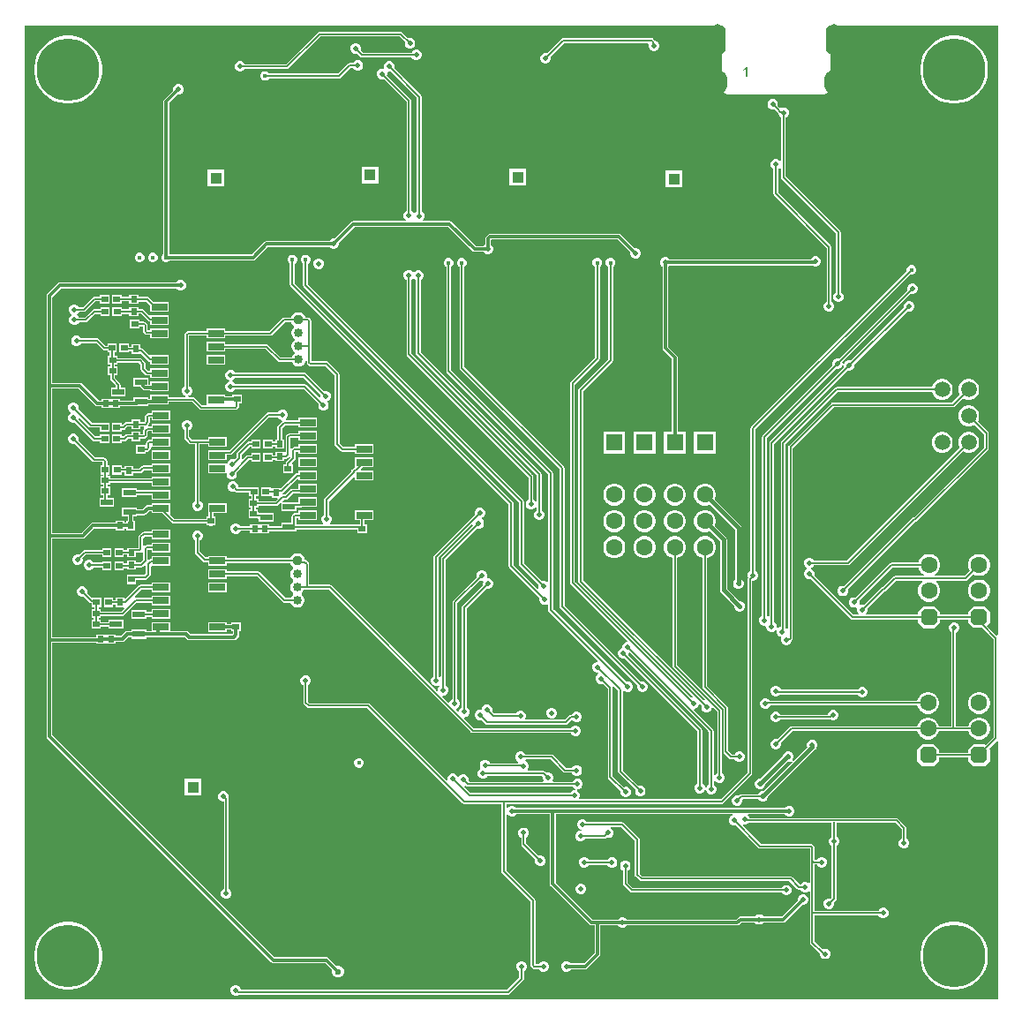
<source format=gbr>
%TF.GenerationSoftware,Altium Limited,Altium Designer,21.7.2 (23)*%
G04 Layer_Physical_Order=2*
G04 Layer_Color=16711680*
%FSLAX24Y24*%
%MOIN*%
%TF.SameCoordinates,F115D885-3665-466D-A638-D1939FCD3409*%
%TF.FilePolarity,Positive*%
%TF.FileFunction,Copper,L2,Bot,Signal*%
%TF.Part,Single*%
G01*
G75*
%TA.AperFunction,SMDPad,CuDef*%
%ADD10R,0.0250X0.0236*%
%ADD11R,0.0236X0.0250*%
%TA.AperFunction,Conductor*%
%ADD55C,0.0079*%
%ADD56C,0.0118*%
%ADD57C,0.0157*%
%TA.AperFunction,ComponentPad*%
%ADD59C,0.0591*%
%ADD60C,0.0630*%
%ADD61R,0.0630X0.0630*%
%ADD62C,0.0433*%
%ADD63R,0.0433X0.0433*%
%ADD64O,0.0630X0.1181*%
%ADD65O,0.0748X0.0898*%
G04:AMPARAMS|DCode=66|XSize=33.5mil|YSize=33.5mil|CornerRadius=0mil|HoleSize=0mil|Usage=FLASHONLY|Rotation=270.000|XOffset=0mil|YOffset=0mil|HoleType=Round|Shape=Octagon|*
%AMOCTAGOND66*
4,1,8,-0.0084,-0.0167,0.0084,-0.0167,0.0167,-0.0084,0.0167,0.0084,0.0084,0.0167,-0.0084,0.0167,-0.0167,0.0084,-0.0167,-0.0084,-0.0084,-0.0167,0.0*
%
%ADD66OCTAGOND66*%

%ADD67C,0.0335*%
G04:AMPARAMS|DCode=68|XSize=63mil|YSize=63mil|CornerRadius=0mil|HoleSize=0mil|Usage=FLASHONLY|Rotation=90.000|XOffset=0mil|YOffset=0mil|HoleType=Round|Shape=Octagon|*
%AMOCTAGOND68*
4,1,8,0.0157,0.0315,-0.0157,0.0315,-0.0315,0.0157,-0.0315,-0.0157,-0.0157,-0.0315,0.0157,-0.0315,0.0315,-0.0157,0.0315,0.0157,0.0157,0.0315,0.0*
%
%ADD68OCTAGOND68*%

%TA.AperFunction,ViaPad*%
%ADD69C,0.2362*%
%TA.AperFunction,ComponentPad*%
%ADD70R,0.0433X0.0433*%
%TA.AperFunction,ViaPad*%
%ADD71C,0.0197*%
%ADD72C,0.0157*%
%ADD73C,0.0236*%
%TA.AperFunction,SMDPad,CuDef*%
%ADD74R,0.0600X0.0276*%
%ADD75R,0.0453X0.0236*%
G36*
X37084Y14095D02*
X37034Y14074D01*
X36672Y14436D01*
X36793Y14556D01*
Y14971D01*
X36585Y15179D01*
X36170D01*
X35963Y14971D01*
Y14853D01*
X34903D01*
Y14967D01*
X34696Y15175D01*
X34281D01*
X34073Y14967D01*
Y14851D01*
X32131D01*
X32111Y14901D01*
X32137Y14927D01*
X32167Y15000D01*
Y15079D01*
X32158Y15100D01*
X32794Y15736D01*
X32795D01*
X32830Y15743D01*
X32860Y15762D01*
X33233Y16136D01*
X34218D01*
X34227Y16086D01*
X34156Y16015D01*
X34102Y15920D01*
X34073Y15814D01*
Y15705D01*
X34102Y15600D01*
X34156Y15505D01*
X34233Y15428D01*
X34328Y15373D01*
X34434Y15345D01*
X34543D01*
X34648Y15373D01*
X34743Y15428D01*
X34820Y15505D01*
X34875Y15600D01*
X34903Y15705D01*
Y15814D01*
X34875Y15920D01*
X34820Y16015D01*
X34749Y16086D01*
X34758Y16136D01*
X35872D01*
X35907Y16143D01*
X35937Y16162D01*
X36156Y16381D01*
X36218Y16346D01*
X36323Y16317D01*
X36433D01*
X36538Y16346D01*
X36633Y16400D01*
X36710Y16477D01*
X36765Y16572D01*
X36793Y16678D01*
Y16787D01*
X36765Y16892D01*
X36710Y16987D01*
X36633Y17064D01*
X36538Y17119D01*
X36433Y17147D01*
X36323D01*
X36218Y17119D01*
X36123Y17064D01*
X36046Y16987D01*
X35991Y16892D01*
X35963Y16787D01*
Y16678D01*
X35991Y16572D01*
X36027Y16510D01*
X35835Y16318D01*
X34707D01*
X34694Y16368D01*
X34743Y16396D01*
X34820Y16474D01*
X34875Y16568D01*
X34903Y16674D01*
Y16783D01*
X34875Y16889D01*
X34820Y16983D01*
X34743Y17060D01*
X34648Y17115D01*
X34543Y17143D01*
X34434D01*
X34328Y17115D01*
X34233Y17060D01*
X34156Y16983D01*
X34102Y16889D01*
X34083Y16819D01*
X33067D01*
X33032Y16813D01*
X33003Y16793D01*
X31714Y15505D01*
X31693Y15513D01*
X31614D01*
X31541Y15483D01*
X31485Y15427D01*
X31455Y15354D01*
Y15275D01*
X31485Y15203D01*
X31541Y15147D01*
X31614Y15117D01*
X31693D01*
X31740Y15136D01*
X31778Y15098D01*
X31770Y15079D01*
Y15000D01*
X31800Y14927D01*
X31826Y14901D01*
X31806Y14851D01*
X31622D01*
X30140Y16333D01*
X30149Y16354D01*
Y16433D01*
X30119Y16506D01*
X30063Y16562D01*
X30035Y16573D01*
Y16627D01*
X30073Y16643D01*
X30129Y16699D01*
X30138Y16720D01*
X31433D01*
X31468Y16727D01*
X31497Y16747D01*
X35777Y21026D01*
X35832Y20994D01*
X35932Y20967D01*
X36036D01*
X36137Y20994D01*
X36227Y21046D01*
X36301Y21119D01*
X36353Y21210D01*
X36380Y21310D01*
Y21414D01*
X36353Y21515D01*
X36301Y21605D01*
X36227Y21679D01*
X36137Y21731D01*
X36036Y21757D01*
X35932D01*
X35832Y21731D01*
X35742Y21679D01*
X35668Y21605D01*
X35616Y21515D01*
X35589Y21414D01*
Y21310D01*
X35616Y21210D01*
X35648Y21155D01*
X31395Y16902D01*
X30138D01*
X30129Y16923D01*
X30073Y16979D01*
X30000Y17009D01*
X29921D01*
X29848Y16979D01*
X29792Y16923D01*
X29762Y16850D01*
Y16772D01*
X29792Y16699D01*
X29848Y16643D01*
X29876Y16631D01*
Y16577D01*
X29838Y16562D01*
X29782Y16506D01*
X29752Y16433D01*
Y16354D01*
X29782Y16281D01*
X29838Y16225D01*
X29911Y16195D01*
X29990D01*
X30011Y16204D01*
X31520Y14695D01*
X31549Y14676D01*
X31584Y14669D01*
X34073D01*
Y14552D01*
X34281Y14345D01*
X34696D01*
X34903Y14552D01*
Y14671D01*
X35963D01*
Y14556D01*
X36170Y14349D01*
X36502D01*
X36917Y13934D01*
Y12534D01*
X36917Y12534D01*
Y10219D01*
X36625Y9927D01*
X36585Y9966D01*
X36170D01*
X35963Y9759D01*
Y9642D01*
X34864D01*
Y9759D01*
X34656Y9966D01*
X34241D01*
X34034Y9759D01*
Y9344D01*
X34241Y9136D01*
X34656D01*
X34864Y9344D01*
Y9460D01*
X35963D01*
Y9344D01*
X36170Y9136D01*
X36585D01*
X36793Y9344D01*
Y9759D01*
X36754Y9798D01*
X37034Y10078D01*
X37084Y10058D01*
Y318D01*
X318D01*
Y37084D01*
X26651D01*
Y34803D01*
X26662Y34721D01*
X26693Y34644D01*
X26744Y34579D01*
X26810Y34528D01*
X26886Y34496D01*
X26969Y34485D01*
X30433D01*
X30515Y34496D01*
X30592Y34528D01*
X30658Y34579D01*
X30708Y34644D01*
X30740Y34721D01*
X30751Y34803D01*
Y37084D01*
X37084D01*
Y14095D01*
D02*
G37*
G36*
X34102Y16568D02*
X34156Y16474D01*
X34233Y16396D01*
X34283Y16368D01*
X34269Y16318D01*
X33195D01*
X33160Y16311D01*
X33131Y16291D01*
X32758Y15918D01*
X32756D01*
X32721Y15911D01*
X32691Y15891D01*
X32029Y15229D01*
X32008Y15238D01*
X31929D01*
X31882Y15219D01*
X31844Y15257D01*
X31852Y15275D01*
Y15354D01*
X31843Y15376D01*
X33105Y16637D01*
X34083D01*
X34102Y16568D01*
D02*
G37*
G36*
X27622Y35157D02*
X27575D01*
Y35457D01*
X27574Y35457D01*
X27572Y35454D01*
X27568Y35452D01*
X27563Y35447D01*
X27556Y35442D01*
X27549Y35437D01*
X27540Y35431D01*
X27530Y35425D01*
X27529D01*
X27529Y35424D01*
X27527Y35423D01*
X27525Y35422D01*
X27523Y35421D01*
X27520Y35420D01*
X27513Y35416D01*
X27506Y35412D01*
X27497Y35408D01*
X27489Y35404D01*
X27480Y35401D01*
Y35446D01*
X27481Y35447D01*
X27482Y35447D01*
X27484Y35448D01*
X27487Y35450D01*
X27490Y35451D01*
X27494Y35454D01*
X27499Y35456D01*
X27504Y35459D01*
X27514Y35465D01*
X27526Y35473D01*
X27538Y35482D01*
X27549Y35491D01*
X27550Y35492D01*
X27551Y35492D01*
X27552Y35494D01*
X27554Y35496D01*
X27556Y35498D01*
X27559Y35501D01*
X27566Y35508D01*
X27573Y35515D01*
X27580Y35524D01*
X27586Y35533D01*
X27591Y35543D01*
X27622D01*
Y35157D01*
D02*
G37*
%LPC*%
G36*
X14528Y36863D02*
X11453D01*
X11418Y36856D01*
X11389Y36836D01*
X10195Y35642D01*
X8642D01*
X8633Y35664D01*
X8577Y35719D01*
X8504Y35750D01*
X8425D01*
X8352Y35719D01*
X8296Y35664D01*
X8266Y35591D01*
Y35512D01*
X8296Y35439D01*
X8352Y35383D01*
X8425Y35353D01*
X8504D01*
X8577Y35383D01*
X8633Y35439D01*
X8642Y35460D01*
X10233D01*
X10267Y35467D01*
X10297Y35487D01*
X11491Y36681D01*
X14490D01*
X14692Y36478D01*
X14683Y36457D01*
Y36378D01*
X14714Y36305D01*
X14769Y36249D01*
X14842Y36219D01*
X14921D01*
X14994Y36249D01*
X15050Y36305D01*
X15080Y36378D01*
Y36457D01*
X15050Y36530D01*
X14994Y36586D01*
X14921Y36616D01*
X14842D01*
X14821Y36607D01*
X14592Y36836D01*
X14562Y36856D01*
X14528Y36863D01*
D02*
G37*
G36*
X24016Y36627D02*
X20669D01*
X20634Y36620D01*
X20605Y36600D01*
X20061Y36056D01*
X20039Y36065D01*
X19961D01*
X19888Y36034D01*
X19832Y35979D01*
X19802Y35906D01*
Y35827D01*
X19832Y35754D01*
X19888Y35698D01*
X19961Y35668D01*
X20039D01*
X20112Y35698D01*
X20168Y35754D01*
X20198Y35827D01*
Y35906D01*
X20190Y35927D01*
X20707Y36444D01*
X23879D01*
X23906Y36403D01*
X23896Y36378D01*
Y36299D01*
X23926Y36226D01*
X23982Y36170D01*
X24055Y36140D01*
X24134D01*
X24207Y36170D01*
X24263Y36226D01*
X24293Y36299D01*
Y36378D01*
X24263Y36451D01*
X24207Y36507D01*
X24147Y36532D01*
X24144Y36536D01*
X24080Y36600D01*
X24051Y36620D01*
X24016Y36627D01*
D02*
G37*
G36*
X12866Y36435D02*
X12787D01*
X12714Y36405D01*
X12659Y36349D01*
X12628Y36276D01*
Y36197D01*
X12659Y36124D01*
X12714Y36068D01*
X12787Y36038D01*
X12866D01*
X12888Y36047D01*
X13010Y35925D01*
X13039Y35905D01*
X13074Y35898D01*
X14946D01*
X14955Y35877D01*
X15011Y35821D01*
X15084Y35791D01*
X15163D01*
X15236Y35821D01*
X15291Y35877D01*
X15322Y35950D01*
Y36029D01*
X15291Y36102D01*
X15236Y36157D01*
X15163Y36188D01*
X15084D01*
X15011Y36157D01*
X14955Y36102D01*
X14946Y36080D01*
X13112D01*
X13016Y36176D01*
X13025Y36197D01*
Y36276D01*
X12995Y36349D01*
X12939Y36405D01*
X12866Y36435D01*
D02*
G37*
G36*
X14134Y35750D02*
X14055D01*
X13982Y35719D01*
X13926Y35664D01*
X13896Y35591D01*
Y35512D01*
X13898Y35508D01*
X13862Y35472D01*
X13858Y35474D01*
X13779D01*
X13707Y35444D01*
X13651Y35388D01*
X13620Y35315D01*
Y35236D01*
X13651Y35163D01*
X13707Y35107D01*
X13779Y35077D01*
X13858D01*
X13880Y35086D01*
X14751Y34214D01*
Y30098D01*
X14730Y30089D01*
X14674Y30034D01*
X14644Y29961D01*
Y29882D01*
X14674Y29809D01*
X14716Y29767D01*
X14695Y29717D01*
X12742D01*
X12742Y29717D01*
X12700Y29709D01*
X12664Y29685D01*
X12664Y29685D01*
X12035Y29056D01*
X12034Y29057D01*
X11955D01*
X11882Y29026D01*
X11826Y28971D01*
X11826Y28969D01*
X9469D01*
X9469Y28969D01*
X9426Y28961D01*
X9390Y28937D01*
X8906Y28453D01*
X5813D01*
X5782Y28484D01*
Y34169D01*
X6101Y34487D01*
X6102Y34487D01*
X6181D01*
X6254Y34517D01*
X6310Y34573D01*
X6340Y34646D01*
Y34725D01*
X6310Y34797D01*
X6254Y34853D01*
X6181Y34883D01*
X6102D01*
X6029Y34853D01*
X5974Y34797D01*
X5943Y34725D01*
Y34646D01*
X5944Y34644D01*
X5593Y34293D01*
X5569Y34257D01*
X5560Y34215D01*
X5560Y34215D01*
Y28484D01*
X5519Y28443D01*
X5492Y28377D01*
Y28306D01*
X5519Y28240D01*
X5570Y28190D01*
X5636Y28163D01*
X5707D01*
X5773Y28190D01*
X5813Y28231D01*
X8952D01*
X8952Y28231D01*
X8995Y28239D01*
X9031Y28263D01*
X9515Y28747D01*
X11826D01*
X11826Y28746D01*
X11882Y28690D01*
X11955Y28660D01*
X12034D01*
X12107Y28690D01*
X12163Y28746D01*
X12193Y28819D01*
Y28898D01*
X12192Y28899D01*
X12788Y29495D01*
X16332D01*
X17244Y28583D01*
X17280Y28559D01*
X17323Y28550D01*
X17659D01*
X17659Y28549D01*
X17715Y28493D01*
X17788Y28463D01*
X17867D01*
X17940Y28493D01*
X17996Y28549D01*
X18026Y28622D01*
Y28701D01*
X17996Y28774D01*
X17940Y28830D01*
X17939Y28830D01*
Y29002D01*
X17959Y29023D01*
X22730D01*
X23208Y28545D01*
X23207Y28543D01*
Y28464D01*
X23237Y28392D01*
X23293Y28336D01*
X23366Y28306D01*
X23445D01*
X23518Y28336D01*
X23574Y28392D01*
X23604Y28464D01*
Y28543D01*
X23574Y28616D01*
X23518Y28672D01*
X23445Y28702D01*
X23366D01*
X23365Y28702D01*
X22854Y29212D01*
X22818Y29237D01*
X22776Y29245D01*
X22776Y29245D01*
X17913D01*
X17871Y29237D01*
X17835Y29212D01*
X17835Y29212D01*
X17749Y29127D01*
X17725Y29090D01*
X17716Y29048D01*
X17716Y29048D01*
Y28830D01*
X17715Y28830D01*
X17659Y28774D01*
X17659Y28773D01*
X17369D01*
X16457Y29685D01*
X16421Y29709D01*
X16378Y29717D01*
X16378Y29717D01*
X15388D01*
X15367Y29767D01*
X15397Y29798D01*
X15427Y29870D01*
Y29949D01*
X15397Y30022D01*
X15341Y30078D01*
X15327Y30084D01*
Y34409D01*
X15320Y34444D01*
X15301Y34474D01*
X14284Y35490D01*
X14293Y35512D01*
Y35591D01*
X14263Y35664D01*
X14207Y35719D01*
X14134Y35750D01*
D02*
G37*
G36*
X12953Y35789D02*
X12874D01*
X12801Y35759D01*
X12745Y35703D01*
X12736Y35682D01*
X12598D01*
X12564Y35675D01*
X12534Y35655D01*
X12167Y35288D01*
X9566D01*
X9561Y35298D01*
X9511Y35349D01*
X9445Y35376D01*
X9374D01*
X9308Y35349D01*
X9258Y35298D01*
X9230Y35232D01*
Y35161D01*
X9258Y35095D01*
X9308Y35045D01*
X9374Y35018D01*
X9445D01*
X9511Y35045D01*
X9561Y35095D01*
X9566Y35106D01*
X12205D01*
X12240Y35113D01*
X12269Y35132D01*
X12636Y35499D01*
X12736D01*
X12745Y35478D01*
X12801Y35422D01*
X12874Y35392D01*
X12953D01*
X13026Y35422D01*
X13082Y35478D01*
X13112Y35551D01*
Y35630D01*
X13082Y35703D01*
X13026Y35759D01*
X12953Y35789D01*
D02*
G37*
G36*
X35534Y36714D02*
X35332D01*
X35133Y36683D01*
X34941Y36620D01*
X34762Y36529D01*
X34598Y36410D01*
X34456Y36268D01*
X34337Y36105D01*
X34246Y35925D01*
X34184Y35733D01*
X34152Y35534D01*
Y35332D01*
X34184Y35133D01*
X34246Y34941D01*
X34337Y34762D01*
X34456Y34598D01*
X34598Y34456D01*
X34762Y34337D01*
X34941Y34246D01*
X35133Y34184D01*
X35332Y34152D01*
X35534D01*
X35733Y34184D01*
X35925Y34246D01*
X36105Y34337D01*
X36268Y34456D01*
X36410Y34598D01*
X36529Y34762D01*
X36620Y34941D01*
X36683Y35133D01*
X36714Y35332D01*
Y35534D01*
X36683Y35733D01*
X36620Y35925D01*
X36529Y36105D01*
X36410Y36268D01*
X36268Y36410D01*
X36105Y36529D01*
X35925Y36620D01*
X35733Y36683D01*
X35534Y36714D01*
D02*
G37*
G36*
X2069D02*
X1868D01*
X1669Y36683D01*
X1477Y36620D01*
X1297Y36529D01*
X1134Y36410D01*
X991Y36268D01*
X873Y36105D01*
X781Y35925D01*
X719Y35733D01*
X687Y35534D01*
Y35332D01*
X719Y35133D01*
X781Y34941D01*
X873Y34762D01*
X991Y34598D01*
X1134Y34456D01*
X1297Y34337D01*
X1477Y34246D01*
X1669Y34184D01*
X1868Y34152D01*
X2069D01*
X2269Y34184D01*
X2460Y34246D01*
X2640Y34337D01*
X2803Y34456D01*
X2946Y34598D01*
X3064Y34762D01*
X3156Y34941D01*
X3218Y35133D01*
X3250Y35332D01*
Y35534D01*
X3218Y35733D01*
X3156Y35925D01*
X3064Y36105D01*
X2946Y36268D01*
X2803Y36410D01*
X2640Y36529D01*
X2460Y36620D01*
X2269Y36683D01*
X2069Y36714D01*
D02*
G37*
G36*
X28622Y34332D02*
X28543D01*
X28470Y34302D01*
X28414Y34246D01*
X28384Y34173D01*
Y34094D01*
X28414Y34021D01*
X28470Y33966D01*
X28543Y33935D01*
X28622D01*
X28643Y33944D01*
X28687Y33901D01*
X28687Y33901D01*
X28786Y33802D01*
Y33774D01*
X28816Y33701D01*
X28872Y33645D01*
X28893Y33636D01*
Y32009D01*
X28843Y31989D01*
X28813Y32019D01*
X28740Y32049D01*
X28661D01*
X28588Y32019D01*
X28533Y31963D01*
X28502Y31890D01*
Y31811D01*
X28533Y31738D01*
X28588Y31682D01*
X28610Y31673D01*
Y30748D01*
X28617Y30713D01*
X28636Y30684D01*
X30618Y28702D01*
Y26673D01*
X30596Y26664D01*
X30540Y26608D01*
X30510Y26536D01*
Y26457D01*
X30540Y26384D01*
X30596Y26328D01*
X30669Y26298D01*
X30748D01*
X30821Y26328D01*
X30877Y26384D01*
X30907Y26457D01*
Y26536D01*
X30877Y26608D01*
X30821Y26664D01*
X30800Y26673D01*
Y28740D01*
X30793Y28775D01*
X30773Y28805D01*
X28792Y30786D01*
Y31673D01*
X28813Y31682D01*
X28843Y31712D01*
X28893Y31691D01*
Y31371D01*
X28900Y31336D01*
X28920Y31307D01*
X30972Y29255D01*
Y27027D01*
X30951Y27019D01*
X30895Y26963D01*
X30865Y26890D01*
Y26811D01*
X30895Y26738D01*
X30951Y26682D01*
X31024Y26652D01*
X31102D01*
X31175Y26682D01*
X31231Y26738D01*
X31261Y26811D01*
Y26890D01*
X31231Y26963D01*
X31175Y27019D01*
X31154Y27027D01*
Y29292D01*
X31147Y29327D01*
X31127Y29357D01*
X29075Y31409D01*
Y33636D01*
X29097Y33645D01*
X29152Y33701D01*
X29183Y33774D01*
Y33852D01*
X29152Y33925D01*
X29097Y33981D01*
X29024Y34011D01*
X28945D01*
X28872Y33981D01*
X28868Y33977D01*
X28772Y34073D01*
X28781Y34094D01*
Y34173D01*
X28751Y34246D01*
X28695Y34302D01*
X28622Y34332D01*
D02*
G37*
G36*
X13683Y31773D02*
X13050D01*
Y31140D01*
X13683D01*
Y31773D01*
D02*
G37*
G36*
X19273Y31694D02*
X18640D01*
Y31061D01*
X19273D01*
Y31694D01*
D02*
G37*
G36*
X7876Y31655D02*
X7243D01*
Y31022D01*
X7876D01*
Y31655D01*
D02*
G37*
G36*
X25179Y31616D02*
X24546D01*
Y30983D01*
X25179D01*
Y31616D01*
D02*
G37*
G36*
X30236Y28387D02*
X30157D01*
X30084Y28357D01*
X30029Y28301D01*
X30012Y28261D01*
X24696D01*
X24696Y28262D01*
X24640Y28318D01*
X24567Y28348D01*
X24488D01*
X24415Y28318D01*
X24359Y28262D01*
X24329Y28189D01*
Y28110D01*
X24359Y28037D01*
X24415Y27981D01*
X24416Y27981D01*
Y24921D01*
X24416Y24921D01*
X24425Y24879D01*
X24449Y24843D01*
X24771Y24521D01*
Y21769D01*
X24467D01*
Y20939D01*
X25297D01*
Y21769D01*
X24993D01*
Y24567D01*
X24993Y24567D01*
X24985Y24609D01*
X24961Y24646D01*
X24961Y24646D01*
X24639Y24967D01*
Y27981D01*
X24640Y27981D01*
X24696Y28037D01*
X24696Y28038D01*
X30067D01*
X30084Y28021D01*
X30157Y27991D01*
X30236D01*
X30309Y28021D01*
X30365Y28077D01*
X30395Y28150D01*
Y28228D01*
X30365Y28301D01*
X30309Y28357D01*
X30236Y28387D01*
D02*
G37*
G36*
X5207Y28521D02*
X5136D01*
X5070Y28494D01*
X5019Y28443D01*
X4992Y28377D01*
Y28306D01*
X5019Y28240D01*
X5070Y28190D01*
X5136Y28163D01*
X5207D01*
X5273Y28190D01*
X5323Y28240D01*
X5350Y28306D01*
Y28377D01*
X5323Y28443D01*
X5273Y28494D01*
X5207Y28521D01*
D02*
G37*
G36*
X4707D02*
X4636D01*
X4570Y28494D01*
X4519Y28443D01*
X4492Y28377D01*
Y28306D01*
X4519Y28240D01*
X4570Y28190D01*
X4636Y28163D01*
X4707D01*
X4773Y28190D01*
X4823Y28240D01*
X4850Y28306D01*
Y28377D01*
X4823Y28443D01*
X4773Y28494D01*
X4707Y28521D01*
D02*
G37*
G36*
X11476Y28309D02*
X11398D01*
X11325Y28278D01*
X11269Y28223D01*
X11239Y28150D01*
Y28071D01*
X11269Y27998D01*
X11325Y27942D01*
X11398Y27912D01*
X11476D01*
X11549Y27942D01*
X11605Y27998D01*
X11635Y28071D01*
Y28150D01*
X11605Y28223D01*
X11549Y28278D01*
X11476Y28309D01*
D02*
G37*
G36*
X33855Y28053D02*
X33783D01*
X33717Y28026D01*
X33667Y27975D01*
X33640Y27910D01*
Y27838D01*
X33644Y27828D01*
X27770Y21954D01*
X27750Y21925D01*
X27744Y21890D01*
Y16516D01*
X27722Y16507D01*
X27666Y16451D01*
X27636Y16378D01*
Y16299D01*
X27653Y16259D01*
X27652Y16258D01*
X27632Y16229D01*
X27625Y16194D01*
Y8896D01*
X26624Y7894D01*
X21311D01*
X21281Y7944D01*
X21301Y7992D01*
Y8071D01*
X21271Y8144D01*
X21215Y8200D01*
X21197Y8207D01*
X21207Y8257D01*
X21250D01*
X21323Y8287D01*
X21379Y8343D01*
X21409Y8416D01*
Y8495D01*
X21379Y8568D01*
X21323Y8624D01*
X21250Y8654D01*
X21171D01*
X21098Y8624D01*
X21042Y8568D01*
X21034Y8547D01*
X20307D01*
X20280Y8597D01*
X20302Y8650D01*
Y8729D01*
X20272Y8801D01*
X20216Y8857D01*
X20143Y8887D01*
X20064D01*
X20043Y8879D01*
X19999Y8923D01*
X19969Y8942D01*
X19934Y8949D01*
X19340D01*
X19319Y8999D01*
X19341Y9021D01*
X19372Y9094D01*
Y9173D01*
X19341Y9246D01*
X19286Y9302D01*
X19262Y9312D01*
X19245Y9367D01*
X19264Y9397D01*
X20198D01*
X20684Y8912D01*
X20713Y8892D01*
X20748Y8885D01*
X21004D01*
X21013Y8864D01*
X21069Y8808D01*
X21142Y8778D01*
X21221D01*
X21293Y8808D01*
X21349Y8864D01*
X21380Y8937D01*
Y9016D01*
X21349Y9089D01*
X21293Y9145D01*
X21221Y9175D01*
X21142D01*
X21069Y9145D01*
X21013Y9089D01*
X21004Y9068D01*
X20786D01*
X20301Y9553D01*
X20271Y9572D01*
X20236Y9579D01*
X19232D01*
X19223Y9601D01*
X19168Y9656D01*
X19095Y9687D01*
X19016D01*
X18943Y9656D01*
X18887Y9601D01*
X18857Y9528D01*
Y9449D01*
X18887Y9376D01*
X18943Y9320D01*
X18947Y9318D01*
X18966Y9256D01*
X18958Y9245D01*
X17902D01*
X17885Y9286D01*
X17829Y9341D01*
X17756Y9372D01*
X17677D01*
X17604Y9341D01*
X17548Y9286D01*
X17518Y9213D01*
Y9134D01*
X17538Y9086D01*
X17525Y9026D01*
X17470Y8971D01*
X17439Y8898D01*
Y8819D01*
X17470Y8746D01*
X17525Y8690D01*
X17598Y8660D01*
X17677D01*
X17750Y8690D01*
X17806Y8746D01*
X17815Y8767D01*
X19867D01*
X19905Y8729D01*
Y8650D01*
X19927Y8597D01*
X19900Y8547D01*
X17127D01*
X17088Y8583D01*
Y8662D01*
X17058Y8734D01*
X17002Y8790D01*
X16929Y8820D01*
X16850D01*
X16777Y8790D01*
X16731Y8744D01*
X16690Y8745D01*
X16674Y8750D01*
X16664Y8774D01*
X16608Y8830D01*
X16536Y8860D01*
X16457D01*
X16384Y8830D01*
X16328Y8774D01*
X16298Y8701D01*
Y8626D01*
X16286Y8617D01*
X16252Y8601D01*
X13372Y11482D01*
X13342Y11502D01*
X13307Y11508D01*
X11101D01*
X11036Y11573D01*
Y12185D01*
X11057Y12194D01*
X11113Y12250D01*
X11143Y12323D01*
Y12402D01*
X11113Y12475D01*
X11057Y12530D01*
X10984Y12561D01*
X10905D01*
X10832Y12530D01*
X10777Y12475D01*
X10746Y12402D01*
Y12323D01*
X10777Y12250D01*
X10832Y12194D01*
X10854Y12185D01*
Y11535D01*
X10861Y11501D01*
X10880Y11471D01*
X10999Y11353D01*
X11028Y11333D01*
X11063Y11326D01*
X13269D01*
X16857Y7739D01*
X16886Y7719D01*
X16921Y7712D01*
X18334D01*
Y5157D01*
X18341Y5123D01*
X18361Y5093D01*
X19436Y4017D01*
Y1616D01*
X19443Y1581D01*
X19463Y1551D01*
X19509Y1505D01*
X19539Y1486D01*
X19574Y1479D01*
X19744D01*
X19753Y1457D01*
X19809Y1402D01*
X19882Y1371D01*
X19961D01*
X20034Y1402D01*
X20089Y1457D01*
X20120Y1530D01*
Y1609D01*
X20089Y1682D01*
X20034Y1738D01*
X19961Y1768D01*
X19882D01*
X19809Y1738D01*
X19753Y1682D01*
X19744Y1661D01*
X19619D01*
Y4055D01*
X19612Y4090D01*
X19592Y4120D01*
X18516Y5195D01*
Y7332D01*
X18566Y7342D01*
X18572Y7329D01*
X18628Y7273D01*
X18701Y7243D01*
X18780D01*
X18853Y7273D01*
X18908Y7329D01*
X18909Y7330D01*
X20164D01*
Y4685D01*
X20164Y4685D01*
X20173Y4642D01*
X20197Y4606D01*
X21655Y3148D01*
X21655Y3148D01*
X21691Y3124D01*
X21734Y3116D01*
X21857D01*
Y2093D01*
X21450Y1686D01*
X20952D01*
X20900Y1738D01*
X20827Y1768D01*
X20748D01*
X20675Y1738D01*
X20619Y1682D01*
X20589Y1609D01*
Y1530D01*
X20619Y1457D01*
X20675Y1402D01*
X20748Y1371D01*
X20827D01*
X20900Y1402D01*
X20956Y1457D01*
X20958Y1464D01*
X21496D01*
X21496Y1464D01*
X21539Y1472D01*
X21575Y1496D01*
X22047Y1969D01*
X22047Y1969D01*
X22071Y2005D01*
X22080Y2047D01*
Y3116D01*
X22740D01*
X22740Y3115D01*
X22796Y3059D01*
X22869Y3029D01*
X22948D01*
X23021Y3059D01*
X23077Y3115D01*
X23077Y3116D01*
X27243D01*
X27243Y3116D01*
X27285Y3124D01*
X27321Y3148D01*
X27408Y3235D01*
X27902D01*
X27903Y3234D01*
X27958Y3178D01*
X28031Y3148D01*
X28110D01*
X28183Y3178D01*
X28239Y3234D01*
X28240Y3235D01*
X28976D01*
X28976Y3235D01*
X29019Y3244D01*
X29055Y3268D01*
X29684Y3897D01*
X29685Y3896D01*
X29764D01*
X29837Y3926D01*
X29893Y3982D01*
X29923Y4055D01*
Y4134D01*
X29893Y4207D01*
X29837Y4263D01*
X29764Y4293D01*
X29685D01*
X29612Y4263D01*
X29556Y4207D01*
X29526Y4134D01*
Y4055D01*
X29526Y4054D01*
X28930Y3458D01*
X28240D01*
X28239Y3459D01*
X28183Y3515D01*
X28110Y3545D01*
X28031D01*
X27958Y3515D01*
X27903Y3459D01*
X27902Y3458D01*
X27362D01*
X27320Y3449D01*
X27284Y3425D01*
X27284Y3425D01*
X27197Y3338D01*
X23077D01*
X23077Y3339D01*
X23021Y3395D01*
X22948Y3425D01*
X22869D01*
X22796Y3395D01*
X22740Y3339D01*
X22740Y3338D01*
X21780D01*
X20387Y4731D01*
Y7330D01*
X27064D01*
X27074Y7280D01*
X27014Y7255D01*
X26958Y7199D01*
X26928Y7126D01*
Y7047D01*
X26958Y6974D01*
X27014Y6918D01*
X27087Y6888D01*
X27165D01*
X27187Y6897D01*
X28042Y6041D01*
X28072Y6022D01*
X28107Y6015D01*
X29988D01*
Y5551D01*
Y4734D01*
X29938Y4713D01*
X29916Y4735D01*
X29843Y4765D01*
X29764D01*
X29691Y4735D01*
X29635Y4679D01*
X29582Y4681D01*
X29316Y4946D01*
X29287Y4966D01*
X29252Y4973D01*
X23660D01*
X23556Y5077D01*
Y6378D01*
X23549Y6413D01*
X23529Y6442D01*
X22978Y6994D01*
X22948Y7013D01*
X22913Y7020D01*
X21571D01*
X21561Y7045D01*
X21505Y7101D01*
X21432Y7131D01*
X21353D01*
X21280Y7101D01*
X21224Y7045D01*
X21194Y6972D01*
Y6893D01*
X21224Y6820D01*
X21280Y6764D01*
X21353Y6734D01*
X21347Y6687D01*
X21279Y6687D01*
X21207Y6656D01*
X21151Y6601D01*
X21120Y6528D01*
Y6449D01*
X21151Y6376D01*
X21207Y6320D01*
X21279Y6290D01*
X21358D01*
X21431Y6320D01*
X21487Y6376D01*
X21496Y6397D01*
X22236D01*
X22271Y6404D01*
X22301Y6424D01*
X22301Y6425D01*
X22323Y6416D01*
X22402D01*
X22475Y6446D01*
X22530Y6502D01*
X22561Y6575D01*
Y6654D01*
X22530Y6727D01*
X22475Y6782D01*
X22461Y6788D01*
X22471Y6838D01*
X22876D01*
X23373Y6340D01*
Y5039D01*
X23380Y5005D01*
X23400Y4975D01*
X23558Y4817D01*
X23587Y4798D01*
X23622Y4791D01*
X29214D01*
X29502Y4502D01*
X29532Y4483D01*
X29567Y4476D01*
X29626D01*
X29635Y4455D01*
X29691Y4399D01*
X29764Y4369D01*
X29843D01*
X29916Y4399D01*
X29938Y4421D01*
X29988Y4400D01*
Y3583D01*
Y2480D01*
X29995Y2445D01*
X30014Y2416D01*
X30353Y2077D01*
Y2008D01*
X30383Y1935D01*
X30439Y1879D01*
X30512Y1849D01*
X30591D01*
X30664Y1879D01*
X30719Y1935D01*
X30750Y2008D01*
Y2087D01*
X30719Y2160D01*
X30664Y2215D01*
X30591Y2246D01*
X30512D01*
X30463Y2225D01*
X30170Y2518D01*
Y3492D01*
X32579D01*
X32588Y3470D01*
X32644Y3414D01*
X32716Y3384D01*
X32795D01*
X32868Y3414D01*
X32924Y3470D01*
X32954Y3543D01*
Y3622D01*
X32924Y3695D01*
X32868Y3751D01*
X32795Y3781D01*
X32716D01*
X32644Y3751D01*
X32588Y3695D01*
X32579Y3674D01*
X30170D01*
Y5421D01*
X30256D01*
X30265Y5399D01*
X30321Y5344D01*
X30394Y5313D01*
X30473D01*
X30545Y5344D01*
X30601Y5399D01*
X30631Y5472D01*
Y5551D01*
X30601Y5624D01*
X30545Y5680D01*
X30473Y5710D01*
X30394D01*
X30321Y5680D01*
X30265Y5624D01*
X30256Y5603D01*
X30170D01*
Y6060D01*
X30163Y6094D01*
X30143Y6124D01*
X30097Y6170D01*
X30067Y6190D01*
X30033Y6197D01*
X28145D01*
X27459Y6882D01*
X27475Y6916D01*
X27485Y6928D01*
X27559D01*
X27632Y6958D01*
X27664Y6990D01*
X30814D01*
Y6476D01*
X30793Y6467D01*
X30737Y6412D01*
X30707Y6339D01*
Y6260D01*
X30737Y6187D01*
X30793Y6131D01*
X30814Y6122D01*
Y4172D01*
X30769Y4127D01*
X30748Y4135D01*
X30669D01*
X30596Y4105D01*
X30540Y4049D01*
X30510Y3976D01*
Y3898D01*
X30540Y3825D01*
X30596Y3769D01*
X30669Y3739D01*
X30748D01*
X30821Y3769D01*
X30877Y3825D01*
X30907Y3898D01*
Y3976D01*
X30898Y3998D01*
X30970Y4069D01*
X30990Y4099D01*
X30997Y4134D01*
Y6122D01*
X31018Y6131D01*
X31074Y6187D01*
X31104Y6260D01*
Y6339D01*
X31074Y6412D01*
X31018Y6467D01*
X30997Y6476D01*
Y6990D01*
X33235D01*
X33452Y6773D01*
Y6398D01*
X33431Y6389D01*
X33375Y6333D01*
X33345Y6260D01*
Y6181D01*
X33375Y6108D01*
X33431Y6052D01*
X33504Y6022D01*
X33583D01*
X33656Y6052D01*
X33712Y6108D01*
X33742Y6181D01*
Y6260D01*
X33712Y6333D01*
X33656Y6389D01*
X33634Y6398D01*
Y6811D01*
X33627Y6846D01*
X33608Y6875D01*
X33338Y7146D01*
X33308Y7165D01*
X33273Y7172D01*
X27715D01*
X27688Y7238D01*
X27647Y7280D01*
X27667Y7330D01*
X29044D01*
X29044Y7329D01*
X29100Y7273D01*
X29173Y7243D01*
X29252D01*
X29325Y7273D01*
X29381Y7329D01*
X29411Y7401D01*
Y7480D01*
X29381Y7553D01*
X29325Y7609D01*
X29252Y7639D01*
X29173D01*
X29100Y7609D01*
X29044Y7553D01*
X29044Y7552D01*
X18909D01*
X18908Y7553D01*
X18853Y7609D01*
X18780Y7639D01*
X18701D01*
X18628Y7609D01*
X18572Y7553D01*
X18566Y7540D01*
X18516Y7550D01*
Y7712D01*
X26661D01*
X26696Y7719D01*
X26726Y7739D01*
X27781Y8794D01*
X27801Y8823D01*
X27808Y8858D01*
Y16140D01*
X27874D01*
X27947Y16170D01*
X28003Y16226D01*
X28033Y16299D01*
Y16378D01*
X28003Y16451D01*
X27947Y16507D01*
X27926Y16516D01*
Y21852D01*
X33773Y27699D01*
X33783Y27695D01*
X33855D01*
X33920Y27722D01*
X33971Y27773D01*
X33998Y27838D01*
Y27910D01*
X33971Y27975D01*
X33920Y28026D01*
X33855Y28053D01*
D02*
G37*
G36*
X6260Y27482D02*
X6181D01*
X6108Y27452D01*
X6052Y27396D01*
X6052Y27395D01*
X1654D01*
X1611Y27386D01*
X1575Y27362D01*
X1575Y27362D01*
X1181Y26968D01*
X1157Y26932D01*
X1149Y26890D01*
X1149Y26890D01*
Y23502D01*
Y17835D01*
Y13898D01*
Y10276D01*
X1149Y10276D01*
X1157Y10233D01*
X1181Y10197D01*
X9646Y1732D01*
X9646Y1732D01*
X9682Y1708D01*
X9724Y1700D01*
X11686D01*
X11952Y1434D01*
X11947Y1421D01*
Y1335D01*
X11980Y1254D01*
X12042Y1193D01*
X12122Y1160D01*
X12209D01*
X12289Y1193D01*
X12350Y1254D01*
X12383Y1335D01*
Y1421D01*
X12350Y1502D01*
X12289Y1563D01*
X12209Y1596D01*
X12122D01*
X12110Y1591D01*
X11811Y1890D01*
X11775Y1914D01*
X11732Y1922D01*
X11732Y1922D01*
X9770D01*
X1371Y10322D01*
Y13786D01*
X3021D01*
Y13762D01*
X3357D01*
Y13826D01*
X3415D01*
Y13762D01*
X3751D01*
Y13826D01*
X4016D01*
X4016Y13826D01*
X4058Y13834D01*
X4094Y13858D01*
X4239Y14003D01*
X4369D01*
Y13946D01*
X4922D01*
Y14003D01*
X6391D01*
X6460Y13934D01*
X6460Y13934D01*
X6496Y13910D01*
X6539Y13901D01*
X6539Y13901D01*
X8244D01*
X8244Y13901D01*
X8287Y13910D01*
X8323Y13934D01*
X8392Y14003D01*
X8392Y14003D01*
X8416Y14039D01*
X8425Y14082D01*
X8425Y14082D01*
Y14241D01*
X8488D01*
Y14578D01*
X8138D01*
Y14512D01*
X7953D01*
Y14580D01*
X7253D01*
Y14204D01*
X7953D01*
Y14289D01*
X8138D01*
Y14241D01*
X8202D01*
Y14128D01*
X8198Y14124D01*
X6585D01*
X6516Y14193D01*
X6480Y14217D01*
X6437Y14225D01*
X6437Y14225D01*
X5818D01*
Y14580D01*
X5118D01*
Y14225D01*
X4922D01*
Y14282D01*
X4369D01*
Y14225D01*
X4193D01*
X4150Y14217D01*
X4114Y14193D01*
X3970Y14048D01*
X3751D01*
Y14112D01*
X3415D01*
Y14048D01*
X3357D01*
Y14112D01*
X3021D01*
Y14009D01*
X1371D01*
Y17723D01*
X2520D01*
X2520Y17723D01*
X2562Y17732D01*
X2598Y17756D01*
X2953Y18111D01*
X3769D01*
Y18047D01*
X4105D01*
Y18108D01*
X4163D01*
Y18041D01*
X4499D01*
Y18391D01*
X4442D01*
Y18552D01*
X4568D01*
Y18609D01*
X4823D01*
X4823Y18609D01*
X4865Y18618D01*
X4901Y18642D01*
X5028Y18769D01*
X5118D01*
Y18692D01*
X5527D01*
X5821Y18398D01*
X5821Y18397D01*
X5841Y18368D01*
X5887Y18321D01*
X5917Y18302D01*
X5952Y18295D01*
X7187D01*
Y18218D01*
X7300D01*
X7327Y18207D01*
X7398D01*
X7424Y18218D01*
X7537D01*
Y18340D01*
X7541Y18350D01*
Y18421D01*
X7537Y18431D01*
Y18554D01*
X7453D01*
Y18692D01*
X7953D01*
Y19068D01*
X7253D01*
Y18692D01*
X7271D01*
Y18554D01*
X7187D01*
Y18477D01*
X5990D01*
X5990Y18477D01*
X5970Y18507D01*
X5831Y18645D01*
X5818Y18692D01*
X5818D01*
X5818Y18692D01*
Y19068D01*
X5118D01*
Y18991D01*
X4982D01*
X4982Y18991D01*
X4940Y18983D01*
X4904Y18959D01*
X4777Y18832D01*
X4568D01*
Y18889D01*
X4015D01*
Y18552D01*
X4220D01*
Y18391D01*
X4163D01*
Y18330D01*
X4105D01*
Y18397D01*
X3769D01*
Y18333D01*
X2907D01*
X2865Y18325D01*
X2829Y18301D01*
X2829Y18301D01*
X2474Y17946D01*
X1371D01*
Y23391D01*
X2357D01*
X2992Y22756D01*
X2992Y22756D01*
X3028Y22732D01*
X3071Y22723D01*
X3071Y22723D01*
X3218D01*
Y22660D01*
X3554D01*
Y22720D01*
X3611D01*
Y22653D01*
X3948D01*
Y22717D01*
X4551D01*
X4551Y22717D01*
X4593Y22726D01*
X5001D01*
Y22783D01*
X5185D01*
X5185Y22783D01*
X5206Y22787D01*
X5779D01*
Y22883D01*
X6673D01*
X6943Y22613D01*
X6973Y22593D01*
X7008Y22586D01*
X8300D01*
X8335Y22593D01*
X8365Y22613D01*
X8411Y22659D01*
X8431Y22688D01*
X8438Y22723D01*
Y22824D01*
X8528D01*
Y23160D01*
X8178D01*
Y23094D01*
X7914D01*
Y23162D01*
X7214D01*
Y22787D01*
X7171Y22768D01*
X7046D01*
X6775Y23039D01*
X6745Y23059D01*
X6711Y23066D01*
X6523D01*
X6513Y23116D01*
X6569Y23139D01*
X6625Y23195D01*
X6655Y23268D01*
Y23347D01*
X6625Y23419D01*
X6569Y23475D01*
X6548Y23484D01*
Y25381D01*
X7214D01*
Y25287D01*
X7914D01*
Y25383D01*
X9608D01*
X9643Y25390D01*
X9673Y25410D01*
X10160Y25897D01*
X10402D01*
Y25855D01*
X10500Y25757D01*
X10502Y25736D01*
X10494Y25691D01*
X10455Y25652D01*
X10420Y25591D01*
X10402Y25523D01*
Y25453D01*
X10420Y25385D01*
X10455Y25324D01*
X10505Y25274D01*
X10518Y25267D01*
Y25209D01*
X10505Y25202D01*
X10455Y25152D01*
X10420Y25091D01*
X10402Y25023D01*
Y24953D01*
X10420Y24885D01*
X10455Y24824D01*
X10505Y24774D01*
X10518Y24767D01*
Y24709D01*
X10505Y24702D01*
X10455Y24652D01*
X10420Y24591D01*
X10417Y24579D01*
X9998D01*
X9539Y25039D01*
X9509Y25059D01*
X9474Y25066D01*
X7914D01*
Y25162D01*
X7214D01*
Y24787D01*
X7914D01*
Y24883D01*
X9437D01*
X9896Y24424D01*
X9926Y24404D01*
X9961Y24397D01*
X10417D01*
X10420Y24385D01*
X10455Y24324D01*
X10505Y24274D01*
X10566Y24239D01*
X10634Y24221D01*
X10704D01*
X10772Y24239D01*
X10833Y24274D01*
X10883Y24324D01*
X10918Y24385D01*
X10934Y24442D01*
X10984Y24435D01*
Y24377D01*
X10991Y24342D01*
X11010Y24312D01*
X11056Y24266D01*
X11086Y24247D01*
X11121Y24240D01*
X11695D01*
X12035Y23899D01*
Y21299D01*
X12042Y21264D01*
X12062Y21235D01*
X12256Y21040D01*
X12286Y21020D01*
X12321Y21013D01*
X12804D01*
Y20917D01*
X13505D01*
Y21292D01*
X12804D01*
Y21195D01*
X12359D01*
X12217Y21337D01*
Y23937D01*
X12210Y23972D01*
X12190Y24001D01*
X11797Y24395D01*
X11767Y24415D01*
X11732Y24422D01*
X11166D01*
Y24988D01*
Y25938D01*
X11159Y25973D01*
X11139Y26003D01*
X11093Y26049D01*
X11064Y26068D01*
X11029Y26075D01*
X10937D01*
Y26122D01*
X10803Y26256D01*
X10536D01*
X10402Y26122D01*
Y26079D01*
X10122D01*
X10087Y26072D01*
X10058Y26053D01*
X9571Y25566D01*
X7914D01*
Y25662D01*
X7214D01*
Y25564D01*
X6503D01*
X6468Y25557D01*
X6438Y25537D01*
X6392Y25491D01*
X6373Y25461D01*
X6366Y25426D01*
Y23484D01*
X6344Y23475D01*
X6288Y23419D01*
X6258Y23347D01*
Y23268D01*
X6288Y23195D01*
X6344Y23139D01*
X6401Y23116D01*
X6391Y23066D01*
X5779D01*
Y23162D01*
X5078D01*
Y23005D01*
X5001D01*
Y23062D01*
X4448D01*
Y22940D01*
X3948D01*
Y23003D01*
X3611D01*
Y22943D01*
X3554D01*
Y23010D01*
X3218D01*
Y22946D01*
X3117D01*
X2482Y23581D01*
X2446Y23605D01*
X2403Y23613D01*
X2403Y23613D01*
X1371D01*
Y26844D01*
X1700Y27172D01*
X6052D01*
X6052Y27171D01*
X6108Y27115D01*
X6181Y27085D01*
X6260D01*
X6333Y27115D01*
X6389Y27171D01*
X6419Y27244D01*
Y27323D01*
X6389Y27396D01*
X6333Y27452D01*
X6260Y27482D01*
D02*
G37*
G36*
X33898Y27364D02*
X33819D01*
X33746Y27334D01*
X33690Y27278D01*
X33660Y27205D01*
Y27126D01*
X33669Y27105D01*
X31084Y24520D01*
X31063Y24529D01*
X30984D01*
X30911Y24499D01*
X30855Y24443D01*
X30825Y24370D01*
Y24291D01*
X30834Y24270D01*
X28203Y21639D01*
X28184Y21610D01*
X28177Y21575D01*
Y14823D01*
X28155Y14814D01*
X28100Y14758D01*
X28069Y14685D01*
Y14606D01*
X28100Y14533D01*
X28155Y14477D01*
X28228Y14447D01*
X28307D01*
X28345Y14409D01*
Y14370D01*
X28375Y14297D01*
X28431Y14241D01*
X28504Y14211D01*
X28583D01*
X28656Y14241D01*
X28697Y14283D01*
X28740Y14254D01*
X28739Y14252D01*
Y14173D01*
X28769Y14100D01*
X28825Y14044D01*
X28898Y14014D01*
X28907Y13964D01*
X28896Y13937D01*
Y13858D01*
X28926Y13785D01*
X28982Y13729D01*
X29055Y13699D01*
X29134D01*
X29207Y13729D01*
X29263Y13785D01*
X29293Y13858D01*
Y13888D01*
X29316Y13912D01*
X29336Y13942D01*
X29343Y13976D01*
Y21143D01*
X30884Y22684D01*
X35398D01*
X35433Y22691D01*
X35462Y22711D01*
X35777Y23026D01*
X35832Y22994D01*
X35932Y22967D01*
X36036D01*
X36137Y22994D01*
X36227Y23046D01*
X36301Y23119D01*
X36353Y23210D01*
X36380Y23310D01*
Y23414D01*
X36353Y23515D01*
X36301Y23605D01*
X36227Y23679D01*
X36137Y23731D01*
X36036Y23757D01*
X35932D01*
X35832Y23731D01*
X35742Y23679D01*
X35668Y23605D01*
X35616Y23515D01*
X35589Y23414D01*
Y23310D01*
X35616Y23210D01*
X35648Y23155D01*
X35360Y22867D01*
X30846D01*
X30812Y22860D01*
X30782Y22840D01*
X29188Y21246D01*
X29168Y21216D01*
X29161Y21181D01*
Y14321D01*
X29111Y14311D01*
X29105Y14325D01*
X29067Y14363D01*
Y21301D01*
X31038Y23271D01*
X34599D01*
X34616Y23210D01*
X34668Y23119D01*
X34742Y23046D01*
X34832Y22994D01*
X34932Y22967D01*
X35036D01*
X35137Y22994D01*
X35227Y23046D01*
X35301Y23119D01*
X35353Y23210D01*
X35380Y23310D01*
Y23414D01*
X35353Y23515D01*
X35301Y23605D01*
X35227Y23679D01*
X35137Y23731D01*
X35036Y23757D01*
X34932D01*
X34832Y23731D01*
X34742Y23679D01*
X34668Y23605D01*
X34616Y23515D01*
X34599Y23453D01*
X31000D01*
X30965Y23446D01*
X30936Y23427D01*
X28912Y21403D01*
X28892Y21373D01*
X28885Y21339D01*
Y14406D01*
X28825Y14381D01*
X28783Y14339D01*
X28741Y14368D01*
X28742Y14370D01*
Y14449D01*
X28712Y14522D01*
X28656Y14578D01*
X28634Y14586D01*
Y21301D01*
X31396Y24062D01*
X31417Y24054D01*
X31496D01*
X31569Y24084D01*
X31625Y24140D01*
X31655Y24213D01*
Y24291D01*
X31652Y24299D01*
X33665Y26312D01*
X33701Y26298D01*
X33780D01*
X33853Y26328D01*
X33908Y26384D01*
X33939Y26457D01*
Y26536D01*
X33908Y26608D01*
X33853Y26664D01*
X33780Y26694D01*
X33701D01*
X33628Y26664D01*
X33572Y26608D01*
X33542Y26536D01*
Y26457D01*
X33545Y26449D01*
X31531Y24436D01*
X31496Y24450D01*
X31417D01*
X31344Y24420D01*
X31288Y24364D01*
X31272Y24325D01*
X31222Y24335D01*
Y24370D01*
X31213Y24391D01*
X33798Y26976D01*
X33819Y26967D01*
X33898D01*
X33971Y26997D01*
X34026Y27053D01*
X34057Y27126D01*
Y27205D01*
X34026Y27278D01*
X33971Y27334D01*
X33898Y27364D01*
D02*
G37*
G36*
X4617Y26940D02*
X4281D01*
Y26863D01*
X3988D01*
Y26940D01*
X3638D01*
Y26604D01*
X3988D01*
Y26681D01*
X4281D01*
Y26590D01*
X4617D01*
Y26674D01*
X4937D01*
X5078Y26533D01*
Y26287D01*
X5779D01*
Y26662D01*
X5207D01*
X5039Y26830D01*
X5010Y26850D01*
X4975Y26857D01*
X4617D01*
Y26940D01*
D02*
G37*
G36*
X3528Y26940D02*
X3178D01*
Y26863D01*
X2953D01*
X2918Y26856D01*
X2888Y26836D01*
X2521Y26469D01*
X2382D01*
X2373Y26490D01*
X2317Y26546D01*
X2244Y26576D01*
X2165D01*
X2092Y26546D01*
X2037Y26490D01*
X2006Y26417D01*
Y26338D01*
X2037Y26266D01*
X2092Y26210D01*
X2101Y26206D01*
Y26156D01*
X2092Y26152D01*
X2037Y26097D01*
X2006Y26024D01*
Y25945D01*
X2037Y25872D01*
X2092Y25816D01*
X2165Y25786D01*
X2244D01*
X2317Y25816D01*
X2373Y25872D01*
X2382Y25893D01*
X2638D01*
X2673Y25900D01*
X2702Y25920D01*
X2991Y26208D01*
X3184D01*
Y26131D01*
X3534D01*
Y26467D01*
X3289D01*
X3280Y26469D01*
X3271Y26467D01*
X3184D01*
Y26390D01*
X2953D01*
X2918Y26383D01*
X2888Y26364D01*
X2600Y26075D01*
X2382D01*
X2373Y26097D01*
X2317Y26152D01*
X2308Y26156D01*
Y26206D01*
X2317Y26210D01*
X2373Y26266D01*
X2382Y26287D01*
X2559D01*
X2594Y26294D01*
X2623Y26314D01*
X2991Y26681D01*
X3178D01*
Y26604D01*
X3528D01*
Y26940D01*
D02*
G37*
G36*
X4617Y26480D02*
X4281D01*
Y26390D01*
X3994D01*
Y26467D01*
X3644D01*
Y26131D01*
X3994D01*
Y26208D01*
X4281D01*
Y26130D01*
X4617D01*
Y26214D01*
X4720D01*
X4992Y25942D01*
X5021Y25923D01*
X5056Y25916D01*
X5078D01*
Y25787D01*
X5779D01*
Y26162D01*
X5078D01*
Y26162D01*
X5044Y26148D01*
X4822Y26370D01*
X4792Y26390D01*
X4758Y26397D01*
X4617D01*
Y26480D01*
D02*
G37*
G36*
X4663Y25995D02*
X4313D01*
Y25659D01*
X4663D01*
Y25736D01*
X4791D01*
Y25558D01*
X4798Y25523D01*
X4817Y25494D01*
X4864Y25447D01*
X4893Y25428D01*
X4928Y25421D01*
X5078D01*
Y25287D01*
X5779D01*
Y25662D01*
X5078D01*
Y25603D01*
X4973D01*
Y25781D01*
X4966Y25816D01*
X4946Y25845D01*
X4900Y25891D01*
X4871Y25911D01*
X4836Y25918D01*
X4663D01*
Y25995D01*
D02*
G37*
G36*
X7914Y24662D02*
X7214D01*
Y24287D01*
X7914D01*
Y24662D01*
D02*
G37*
G36*
X4263Y25089D02*
X3913D01*
Y24753D01*
X4263D01*
Y24797D01*
X4359D01*
Y24713D01*
X4696D01*
X4696Y24713D01*
Y24713D01*
X4732Y24684D01*
X4992Y24424D01*
X5021Y24404D01*
X5056Y24397D01*
X5078D01*
Y24287D01*
X5779D01*
Y24662D01*
X5078D01*
Y24661D01*
X5032Y24642D01*
X4782Y24891D01*
X4753Y24911D01*
X4718Y24918D01*
X4696D01*
Y25063D01*
X4359D01*
Y24979D01*
X4263D01*
Y25089D01*
D02*
G37*
G36*
X2323Y25395D02*
X2244D01*
X2171Y25365D01*
X2115Y25309D01*
X2085Y25236D01*
Y25157D01*
X2115Y25084D01*
X2171Y25029D01*
X2244Y24998D01*
X2323D01*
X2396Y25029D01*
X2452Y25084D01*
X2460Y25106D01*
X3033D01*
X3282Y24857D01*
X3312Y24837D01*
X3346Y24830D01*
X3453D01*
Y24753D01*
X3537D01*
Y24617D01*
X3480D01*
Y24281D01*
X3558D01*
Y24223D01*
X3474D01*
Y23887D01*
X3558D01*
Y23753D01*
X3565Y23718D01*
X3585Y23688D01*
X3767Y23506D01*
Y23436D01*
X3582D01*
Y23100D01*
X4135D01*
Y23436D01*
X3949D01*
Y23543D01*
X3942Y23578D01*
X3923Y23608D01*
X3740Y23790D01*
Y23887D01*
X3824D01*
Y24223D01*
X3740D01*
Y24281D01*
X3830D01*
Y24358D01*
X4647D01*
X4712Y24293D01*
Y24141D01*
X4719Y24106D01*
X4739Y24076D01*
X4905Y23910D01*
X4934Y23890D01*
X4969Y23883D01*
X5078D01*
Y23787D01*
X5779D01*
Y24162D01*
X5078D01*
Y24066D01*
X5007D01*
X4894Y24178D01*
Y24331D01*
X4887Y24366D01*
X4868Y24395D01*
X4749Y24513D01*
X4720Y24533D01*
X4685Y24540D01*
X3830D01*
Y24617D01*
X3719D01*
Y24753D01*
X3803D01*
Y25089D01*
X3453D01*
Y25012D01*
X3384D01*
X3135Y25261D01*
X3106Y25281D01*
X3071Y25288D01*
X2460D01*
X2452Y25309D01*
X2396Y25365D01*
X2323Y25395D01*
D02*
G37*
G36*
X5001Y23810D02*
X4448D01*
Y23474D01*
X4696D01*
X4700Y23452D01*
X4725Y23416D01*
X4787Y23353D01*
X4787Y23353D01*
X4823Y23329D01*
X4866Y23321D01*
X4866Y23321D01*
X5078D01*
Y23287D01*
X5779D01*
Y23662D01*
X5078D01*
Y23543D01*
X5001D01*
Y23810D01*
D02*
G37*
G36*
X8150Y24096D02*
X8071D01*
X7998Y24066D01*
X7942Y24010D01*
X7912Y23937D01*
Y23858D01*
X7942Y23785D01*
X7998Y23729D01*
X8049Y23708D01*
Y23654D01*
X7998Y23633D01*
X7942Y23577D01*
X7912Y23504D01*
Y23425D01*
X7942Y23352D01*
X7998Y23296D01*
X8071Y23266D01*
X8150D01*
X8223Y23296D01*
X8278Y23352D01*
X8287Y23373D01*
X10868D01*
X11425Y22817D01*
X11416Y22795D01*
Y22716D01*
X11446Y22644D01*
X11502Y22588D01*
X11575Y22557D01*
X11654D01*
X11727Y22588D01*
X11782Y22644D01*
X11813Y22716D01*
Y22795D01*
X11782Y22868D01*
X11769Y22882D01*
X11779Y22931D01*
X11805Y22942D01*
X11861Y22998D01*
X11891Y23071D01*
Y23150D01*
X11861Y23223D01*
X11805Y23278D01*
X11732Y23309D01*
X11653D01*
X11632Y23300D01*
X10970Y23962D01*
X10940Y23982D01*
X10906Y23989D01*
X8287D01*
X8278Y24010D01*
X8223Y24066D01*
X8150Y24096D01*
D02*
G37*
G36*
X5818Y22568D02*
X5118D01*
Y22471D01*
X5007D01*
X4972Y22464D01*
X4942Y22444D01*
X4896Y22398D01*
X4876Y22369D01*
X4870Y22334D01*
Y22164D01*
X4844Y22138D01*
X4696D01*
Y22222D01*
X4359D01*
Y22138D01*
X4173D01*
X4138Y22131D01*
X4109Y22112D01*
X4038Y22041D01*
X3988Y22061D01*
Y22097D01*
X3638D01*
Y21761D01*
X3988D01*
Y21838D01*
X4055D01*
X4090Y21845D01*
X4120Y21865D01*
X4211Y21956D01*
X4359D01*
Y21872D01*
X4696D01*
Y21956D01*
X4827D01*
X4848Y21906D01*
X4817Y21875D01*
X4798Y21846D01*
X4791Y21811D01*
Y21678D01*
X4696D01*
Y21762D01*
X4359D01*
Y21678D01*
X4186D01*
X4151Y21671D01*
X4121Y21652D01*
X4057Y21587D01*
X3988D01*
Y21664D01*
X3638D01*
Y21328D01*
X3988D01*
Y21405D01*
X4094D01*
X4129Y21412D01*
X4159Y21432D01*
X4223Y21496D01*
X4359D01*
Y21412D01*
X4696D01*
Y21496D01*
X4836D01*
X4871Y21503D01*
X4900Y21523D01*
X4946Y21569D01*
X4966Y21598D01*
X4973Y21633D01*
Y21773D01*
X4989Y21789D01*
X5118D01*
Y21692D01*
X5818D01*
Y22068D01*
X5118D01*
Y21971D01*
X5005D01*
X4985Y22021D01*
X5025Y22062D01*
X5045Y22091D01*
X5052Y22126D01*
Y22289D01*
X5118D01*
Y22192D01*
X5818D01*
Y22568D01*
D02*
G37*
G36*
X10118Y22600D02*
X10039D01*
X9966Y22570D01*
X9911Y22514D01*
X9902Y22493D01*
X9528D01*
X9493Y22486D01*
X9463Y22466D01*
X8067Y21069D01*
X7702D01*
X7693Y21068D01*
X7253D01*
Y20692D01*
X7953D01*
Y20887D01*
X8104D01*
X8139Y20894D01*
X8169Y20914D01*
X9565Y22310D01*
X9902D01*
X9911Y22289D01*
X9966Y22233D01*
X10039Y22203D01*
X10056Y22153D01*
X9896Y21994D01*
X9876Y21964D01*
X9870Y21929D01*
Y21468D01*
X9793D01*
Y21390D01*
X9696D01*
Y21467D01*
X9346D01*
Y21131D01*
X9696D01*
Y21208D01*
X9793D01*
Y21118D01*
X10129D01*
Y21468D01*
X10052D01*
Y21891D01*
X10174Y22013D01*
X10669D01*
Y21917D01*
X11369D01*
Y22292D01*
X10669D01*
Y22195D01*
X10220D01*
X10203Y22245D01*
X10247Y22289D01*
X10277Y22362D01*
Y22441D01*
X10247Y22514D01*
X10191Y22570D01*
X10118Y22600D01*
D02*
G37*
G36*
X2205Y22876D02*
X2126D01*
X2053Y22845D01*
X1997Y22790D01*
X1967Y22717D01*
Y22638D01*
X1997Y22565D01*
X2053Y22509D01*
X2062Y22505D01*
Y22455D01*
X2053Y22452D01*
X1997Y22396D01*
X1967Y22323D01*
Y22244D01*
X1997Y22171D01*
X2053Y22115D01*
X2126Y22085D01*
X2205D01*
X2226Y22094D01*
X2888Y21432D01*
X2918Y21412D01*
X2953Y21405D01*
X3178D01*
Y21328D01*
X3528D01*
Y21664D01*
X3178D01*
Y21587D01*
X2991D01*
X2355Y22223D01*
X2364Y22244D01*
Y22279D01*
X2414Y22300D01*
X2770Y21943D01*
X2800Y21924D01*
X2835Y21917D01*
X3178D01*
Y21761D01*
X3528D01*
Y22097D01*
X3283D01*
X3274Y22099D01*
X2872D01*
X2355Y22616D01*
X2364Y22638D01*
Y22717D01*
X2334Y22790D01*
X2278Y22845D01*
X2205Y22876D01*
D02*
G37*
G36*
X11369Y21792D02*
X10669D01*
Y21705D01*
X10322D01*
X10287Y21698D01*
X10257Y21679D01*
X10211Y21632D01*
X10191Y21603D01*
X10184Y21568D01*
Y20989D01*
X10179Y20985D01*
X10129Y21008D01*
Y21008D01*
X9793D01*
Y20879D01*
X9696D01*
Y20956D01*
X9346D01*
Y20619D01*
X9696D01*
Y20696D01*
X9793D01*
Y20658D01*
X10129D01*
Y20742D01*
X10203D01*
X10238Y20749D01*
X10267Y20769D01*
X10311Y20812D01*
X10349Y20807D01*
X10365Y20795D01*
X10365Y20769D01*
X10211Y20616D01*
X10191Y20586D01*
X10184Y20551D01*
Y20522D01*
X10101D01*
Y20186D01*
X10451D01*
Y20522D01*
X10441D01*
X10422Y20569D01*
X10537Y20684D01*
X10557Y20713D01*
X10564Y20748D01*
Y21013D01*
X10669D01*
Y20917D01*
X11369D01*
Y21292D01*
X10669D01*
Y21195D01*
X10519D01*
X10484Y21189D01*
X10454Y21169D01*
X10417Y21131D01*
X10383Y21140D01*
X10367Y21151D01*
Y21523D01*
X10669D01*
Y21417D01*
X11369D01*
Y21792D01*
D02*
G37*
G36*
X6496Y22206D02*
X6417D01*
X6344Y22176D01*
X6288Y22120D01*
X6258Y22047D01*
Y21968D01*
X6288Y21895D01*
X6344Y21840D01*
X6366Y21831D01*
Y21535D01*
X6373Y21501D01*
X6392Y21471D01*
X6548Y21315D01*
X6577Y21296D01*
X6612Y21289D01*
X6759D01*
Y19153D01*
X6738Y19145D01*
X6682Y19089D01*
X6652Y19016D01*
Y18937D01*
X6682Y18864D01*
X6738Y18808D01*
X6811Y18778D01*
X6890D01*
X6963Y18808D01*
X7019Y18864D01*
X7049Y18937D01*
Y19016D01*
X7019Y19089D01*
X6963Y19145D01*
X6942Y19153D01*
Y21289D01*
X7253D01*
Y21192D01*
X7953D01*
Y21568D01*
X7253D01*
Y21471D01*
X6650D01*
X6548Y21573D01*
Y21831D01*
X6569Y21840D01*
X6625Y21895D01*
X6655Y21968D01*
Y22047D01*
X6625Y22120D01*
X6569Y22176D01*
X6496Y22206D01*
D02*
G37*
G36*
X9236Y21467D02*
X8886D01*
Y21390D01*
X8786D01*
X8751Y21383D01*
X8722Y21364D01*
X8368Y21009D01*
X8348Y20980D01*
X8341Y20945D01*
Y20793D01*
X8254Y20706D01*
X8218Y20721D01*
X8139D01*
X8066Y20691D01*
X8010Y20635D01*
X7993Y20593D01*
X7953Y20568D01*
X7253D01*
Y20192D01*
X7907D01*
X7951Y20192D01*
X7951Y20118D01*
X7981Y20045D01*
X8037Y19989D01*
X8110Y19959D01*
X8189D01*
X8262Y19989D01*
X8318Y20045D01*
X8348Y20118D01*
Y20197D01*
X8335Y20228D01*
X8804Y20696D01*
X8886D01*
Y20619D01*
X9236D01*
Y20956D01*
X8886D01*
Y20879D01*
X8766D01*
X8731Y20872D01*
X8702Y20852D01*
X8566Y20717D01*
X8520Y20741D01*
X8523Y20755D01*
Y20907D01*
X8824Y21208D01*
X8886D01*
Y21131D01*
X9236D01*
Y21467D01*
D02*
G37*
G36*
X35036Y21757D02*
X34932D01*
X34832Y21731D01*
X34742Y21679D01*
X34668Y21605D01*
X34616Y21515D01*
X34589Y21414D01*
Y21310D01*
X34616Y21210D01*
X34668Y21119D01*
X34742Y21046D01*
X34832Y20994D01*
X34932Y20967D01*
X35036D01*
X35137Y20994D01*
X35227Y21046D01*
X35301Y21119D01*
X35353Y21210D01*
X35380Y21310D01*
Y21414D01*
X35353Y21515D01*
X35301Y21605D01*
X35227Y21679D01*
X35137Y21731D01*
X35036Y21757D01*
D02*
G37*
G36*
X26439Y21769D02*
X25609D01*
Y20939D01*
X26439D01*
Y21769D01*
D02*
G37*
G36*
X24155D02*
X23325D01*
Y20939D01*
X24155D01*
Y21769D01*
D02*
G37*
G36*
X23013D02*
X22183D01*
Y20939D01*
X23013D01*
Y21769D01*
D02*
G37*
G36*
X5818Y21568D02*
X5118D01*
Y21471D01*
X5046D01*
X5011Y21464D01*
X4982Y21444D01*
X4936Y21398D01*
X4916Y21369D01*
X4909Y21334D01*
Y21314D01*
X4893Y21270D01*
X4543D01*
Y20934D01*
X4893D01*
Y21011D01*
X4954D01*
X4989Y21018D01*
X5018Y21038D01*
X5064Y21084D01*
X5084Y21114D01*
X5091Y21148D01*
Y21153D01*
X5118Y21192D01*
X5818D01*
Y21568D01*
D02*
G37*
G36*
Y21068D02*
X5118D01*
Y20692D01*
X5818D01*
Y21068D01*
D02*
G37*
G36*
X11369Y20792D02*
X10669D01*
Y20417D01*
X11369D01*
Y20792D01*
D02*
G37*
G36*
X5818Y20568D02*
X5118D01*
Y20485D01*
X4803D01*
X4768Y20478D01*
X4739Y20458D01*
X4654Y20373D01*
X4426D01*
Y20457D01*
X4090D01*
Y20406D01*
X3994D01*
Y20483D01*
X3644D01*
Y20147D01*
X3994D01*
Y20224D01*
X4090D01*
Y20107D01*
X4426D01*
Y20191D01*
X4691D01*
X4726Y20198D01*
X4756Y20217D01*
X4841Y20303D01*
X5118D01*
Y20192D01*
X5818D01*
Y20568D01*
D02*
G37*
G36*
X13505Y20792D02*
X12804D01*
Y20420D01*
X12782Y20416D01*
X12753Y20396D01*
X12700Y20344D01*
X12681Y20314D01*
X12674Y20279D01*
Y20253D01*
X11668Y19247D01*
X11648Y19217D01*
X11641Y19182D01*
Y18642D01*
X11620Y18633D01*
X11564Y18577D01*
X11534Y18504D01*
Y18425D01*
X11564Y18352D01*
X11606Y18310D01*
X11586Y18260D01*
X10593D01*
Y18513D01*
X10669D01*
Y18417D01*
X11369D01*
Y18792D01*
X10669D01*
Y18695D01*
X10548D01*
X10513Y18689D01*
X10484Y18669D01*
X10438Y18623D01*
X10418Y18593D01*
X10411Y18558D01*
Y18337D01*
X10039D01*
Y18189D01*
X9578D01*
Y18273D01*
X9241D01*
Y18195D01*
X9184D01*
Y18279D01*
X8848D01*
Y18201D01*
X8484D01*
X8475Y18223D01*
X8419Y18278D01*
X8347Y18309D01*
X8268D01*
X8195Y18278D01*
X8139Y18223D01*
X8109Y18150D01*
Y18071D01*
X8139Y17998D01*
X8195Y17942D01*
X8268Y17912D01*
X8347D01*
X8419Y17942D01*
X8475Y17998D01*
X8484Y18019D01*
X8848D01*
Y17929D01*
X9184D01*
Y18013D01*
X9241D01*
Y17923D01*
X9578D01*
Y18007D01*
X10039D01*
Y18001D01*
X10591D01*
Y18078D01*
X12902D01*
Y17942D01*
X13252D01*
Y18278D01*
X13168D01*
Y18417D01*
X13505D01*
Y18792D01*
X12804D01*
Y18417D01*
X12986D01*
Y18278D01*
X12902D01*
Y18260D01*
X11879D01*
X11859Y18310D01*
X11901Y18352D01*
X11931Y18425D01*
Y18504D01*
X11901Y18577D01*
X11845Y18633D01*
X11823Y18642D01*
Y19145D01*
X12758Y20079D01*
X12804Y20060D01*
Y19917D01*
X13505D01*
Y20292D01*
X13036D01*
X13017Y20338D01*
X13095Y20417D01*
X13505D01*
Y20792D01*
D02*
G37*
G36*
X11369Y20292D02*
X10669D01*
Y20195D01*
X10616D01*
X10581Y20189D01*
X10552Y20169D01*
X10045Y19662D01*
X10011Y19630D01*
Y19630D01*
X10011Y19630D01*
X9674D01*
Y19579D01*
X9618D01*
Y19656D01*
X9268D01*
Y19320D01*
X9618D01*
Y19397D01*
X9674D01*
Y19280D01*
X9873D01*
X9892Y19234D01*
X9805Y19146D01*
X9151D01*
Y19223D01*
X9068D01*
Y19320D01*
X9158D01*
Y19656D01*
X8913D01*
X8904Y19658D01*
X8387D01*
Y19725D01*
X8357Y19797D01*
X8301Y19853D01*
X8228Y19883D01*
X8150D01*
X8077Y19853D01*
X8021Y19797D01*
X7991Y19725D01*
Y19646D01*
X8021Y19573D01*
X8077Y19517D01*
X8150Y19487D01*
X8228D01*
X8272Y19505D01*
X8275Y19503D01*
X8304Y19483D01*
X8339Y19476D01*
X8808D01*
Y19320D01*
X8885D01*
Y19223D01*
X8801D01*
Y18887D01*
X8879D01*
Y18830D01*
X8795D01*
Y18493D01*
X9145D01*
X9172Y18455D01*
Y18375D01*
X9725D01*
Y18711D01*
X9172D01*
X9145Y18750D01*
Y18830D01*
X9061D01*
Y18887D01*
X9151D01*
Y18964D01*
X9843D01*
X9877Y18971D01*
X9907Y18991D01*
X9989Y19072D01*
X10039Y19052D01*
Y18749D01*
X10591D01*
Y18905D01*
X10748D01*
X10783Y18912D01*
X10790Y18917D01*
X11369D01*
Y19292D01*
X10669D01*
Y19087D01*
X10502D01*
X10493Y19085D01*
X10072D01*
X10052Y19135D01*
X10116Y19200D01*
X10197D01*
X10232Y19207D01*
X10261Y19227D01*
X10460Y19426D01*
X10669D01*
Y19417D01*
X11369D01*
Y19792D01*
X10669D01*
Y19608D01*
X10422D01*
X10388Y19601D01*
X10358Y19581D01*
X10159Y19382D01*
X10106D01*
X10066Y19423D01*
X10064Y19430D01*
X10065Y19435D01*
X10066Y19435D01*
X10095Y19455D01*
X10619Y19978D01*
X10669Y19957D01*
Y19917D01*
X11369D01*
Y20292D01*
D02*
G37*
G36*
X2205Y21694D02*
X2126D01*
X2053Y21664D01*
X1997Y21608D01*
X1967Y21536D01*
Y21457D01*
X1997Y21384D01*
X2053Y21328D01*
X2126Y21298D01*
X2205D01*
X2226Y21306D01*
X2888Y20644D01*
X2918Y20624D01*
X2953Y20618D01*
X3268D01*
Y20483D01*
X3184D01*
Y20147D01*
X3288D01*
Y20089D01*
X3205D01*
Y19753D01*
X3288D01*
Y19696D01*
X3205D01*
Y19359D01*
X3288D01*
Y19263D01*
X3149D01*
Y18926D01*
X3702D01*
Y19263D01*
X3471D01*
Y19359D01*
X3555D01*
Y19696D01*
X3471D01*
Y19753D01*
X3555D01*
Y19830D01*
X5118D01*
Y19692D01*
X5818D01*
Y20068D01*
X5118D01*
Y20012D01*
X3555D01*
Y20089D01*
X3471D01*
Y20147D01*
X3534D01*
Y20483D01*
X3450D01*
Y20657D01*
X3443Y20692D01*
X3423Y20721D01*
X3372Y20773D01*
X3342Y20793D01*
X3307Y20800D01*
X2991D01*
X2355Y21435D01*
X2364Y21457D01*
Y21536D01*
X2334Y21608D01*
X2278Y21664D01*
X2205Y21694D01*
D02*
G37*
G36*
X4568Y19637D02*
X4015D01*
Y19300D01*
X4568D01*
Y19377D01*
X5118D01*
Y19192D01*
X5818D01*
Y19568D01*
X5118D01*
Y19560D01*
X4568D01*
Y19637D01*
D02*
G37*
G36*
X24937Y19801D02*
X24827D01*
X24722Y19773D01*
X24627Y19718D01*
X24550Y19641D01*
X24495Y19546D01*
X24467Y19440D01*
Y19331D01*
X24495Y19226D01*
X24550Y19131D01*
X24627Y19054D01*
X24722Y18999D01*
X24827Y18971D01*
X24937D01*
X25042Y18999D01*
X25137Y19054D01*
X25214Y19131D01*
X25269Y19226D01*
X25297Y19331D01*
Y19440D01*
X25269Y19546D01*
X25214Y19641D01*
X25137Y19718D01*
X25042Y19773D01*
X24937Y19801D01*
D02*
G37*
G36*
X23795D02*
X23686D01*
X23580Y19773D01*
X23485Y19718D01*
X23408Y19641D01*
X23353Y19546D01*
X23325Y19440D01*
Y19331D01*
X23353Y19226D01*
X23408Y19131D01*
X23485Y19054D01*
X23580Y18999D01*
X23686Y18971D01*
X23795D01*
X23900Y18999D01*
X23995Y19054D01*
X24072Y19131D01*
X24127Y19226D01*
X24155Y19331D01*
Y19440D01*
X24127Y19546D01*
X24072Y19641D01*
X23995Y19718D01*
X23900Y19773D01*
X23795Y19801D01*
D02*
G37*
G36*
X22653D02*
X22544D01*
X22438Y19773D01*
X22344Y19718D01*
X22266Y19641D01*
X22212Y19546D01*
X22183Y19440D01*
Y19331D01*
X22212Y19226D01*
X22266Y19131D01*
X22344Y19054D01*
X22438Y18999D01*
X22544Y18971D01*
X22653D01*
X22759Y18999D01*
X22853Y19054D01*
X22930Y19131D01*
X22985Y19226D01*
X23013Y19331D01*
Y19440D01*
X22985Y19546D01*
X22930Y19641D01*
X22853Y19718D01*
X22759Y19773D01*
X22653Y19801D01*
D02*
G37*
G36*
X14882Y27876D02*
X14803D01*
X14730Y27845D01*
X14674Y27790D01*
X14644Y27717D01*
Y27638D01*
X14674Y27565D01*
X14730Y27509D01*
X14751Y27500D01*
Y24685D01*
X14758Y24650D01*
X14778Y24621D01*
X19358Y20041D01*
Y19193D01*
X19336Y19184D01*
X19281Y19128D01*
X19250Y19055D01*
Y18976D01*
X19281Y18903D01*
X19336Y18848D01*
X19409Y18817D01*
X19488D01*
X19561Y18848D01*
X19617Y18903D01*
X19623Y18917D01*
X19673Y18907D01*
Y18799D01*
X19651Y18790D01*
X19596Y18734D01*
X19565Y18662D01*
Y18583D01*
X19596Y18510D01*
X19651Y18454D01*
X19724Y18424D01*
X19803D01*
X19876Y18454D01*
X19932Y18510D01*
X19962Y18583D01*
Y18662D01*
X19932Y18734D01*
X19876Y18790D01*
X19855Y18799D01*
Y20157D01*
X19848Y20192D01*
X19828Y20222D01*
X15291Y24760D01*
Y27480D01*
X15312Y27489D01*
X15368Y27544D01*
X15398Y27617D01*
Y27696D01*
X15368Y27769D01*
X15312Y27825D01*
X15239Y27855D01*
X15160D01*
X15087Y27825D01*
X15061Y27799D01*
X15011Y27790D01*
X14999Y27802D01*
X14955Y27845D01*
X14882Y27876D01*
D02*
G37*
G36*
X17559Y18899D02*
X17480D01*
X17407Y18869D01*
X17351Y18813D01*
X17321Y18740D01*
Y18661D01*
X17330Y18640D01*
X15802Y17112D01*
X15782Y17082D01*
X15775Y17047D01*
Y12539D01*
X15754Y12530D01*
X15698Y12475D01*
X15668Y12402D01*
Y12323D01*
X15698Y12250D01*
X15754Y12194D01*
X15827Y12164D01*
X15906D01*
X15979Y12194D01*
X16010Y12157D01*
X15977Y12124D01*
X15947Y12051D01*
Y12000D01*
X15897Y11980D01*
X11921Y15956D01*
X11891Y15976D01*
X11856Y15983D01*
X11075D01*
Y16772D01*
X11068Y16807D01*
X11049Y16836D01*
X10980Y16905D01*
X10950Y16925D01*
X10915Y16932D01*
X10897D01*
Y17025D01*
X10764Y17159D01*
X10496D01*
X10363Y17025D01*
Y16983D01*
X7953D01*
Y17080D01*
X7253D01*
Y17020D01*
X7164D01*
X6942Y17242D01*
Y17658D01*
X6963Y17666D01*
X7019Y17722D01*
X7049Y17795D01*
Y17874D01*
X7019Y17947D01*
X6963Y18003D01*
X6890Y18033D01*
X6811D01*
X6738Y18003D01*
X6682Y17947D01*
X6652Y17874D01*
Y17795D01*
X6682Y17722D01*
X6738Y17666D01*
X6759Y17658D01*
Y17205D01*
X6766Y17170D01*
X6786Y17140D01*
X7062Y16865D01*
X7091Y16845D01*
X7126Y16838D01*
X7253D01*
Y16704D01*
X7953D01*
Y16801D01*
X10363D01*
Y16758D01*
X10460Y16660D01*
X10462Y16639D01*
X10455Y16595D01*
X10416Y16556D01*
X10381Y16495D01*
X10363Y16427D01*
Y16357D01*
X10381Y16289D01*
X10416Y16228D01*
X10466Y16178D01*
X10478Y16171D01*
Y16113D01*
X10466Y16106D01*
X10416Y16056D01*
X10381Y15995D01*
X10363Y15927D01*
Y15857D01*
X10381Y15789D01*
X10416Y15728D01*
X10466Y15678D01*
X10478Y15671D01*
Y15613D01*
X10466Y15606D01*
X10416Y15556D01*
X10381Y15495D01*
X10378Y15483D01*
X10185D01*
X9212Y16456D01*
X9183Y16476D01*
X9148Y16483D01*
X7953D01*
Y16580D01*
X7253D01*
Y16204D01*
X7953D01*
Y16301D01*
X9110D01*
X10083Y15327D01*
X10113Y15308D01*
X10148Y15301D01*
X10378D01*
X10381Y15289D01*
X10416Y15228D01*
X10466Y15178D01*
X10527Y15143D01*
X10595Y15124D01*
X10665D01*
X10733Y15143D01*
X10794Y15178D01*
X10844Y15228D01*
X10879Y15289D01*
X10897Y15357D01*
Y15427D01*
X10879Y15495D01*
X10844Y15556D01*
X10794Y15606D01*
X10782Y15613D01*
Y15671D01*
X10794Y15678D01*
X10844Y15728D01*
X10879Y15789D01*
X10882Y15801D01*
X11818D01*
X17211Y10408D01*
X17241Y10388D01*
X17276Y10381D01*
X20965D01*
X20974Y10360D01*
X21029Y10304D01*
X21102Y10274D01*
X21181D01*
X21254Y10304D01*
X21310Y10360D01*
X21340Y10433D01*
Y10512D01*
X21310Y10585D01*
X21254Y10641D01*
X21181Y10671D01*
X21102D01*
X21029Y10641D01*
X20974Y10585D01*
X20965Y10564D01*
X17313D01*
X16940Y10936D01*
X16959Y10983D01*
X16969D01*
X17042Y11013D01*
X17097Y11069D01*
X17128Y11142D01*
Y11221D01*
X17097Y11293D01*
X17042Y11349D01*
X17020Y11358D01*
Y15080D01*
X17774Y15834D01*
X17795Y15825D01*
X17874D01*
X17947Y15855D01*
X18003Y15911D01*
X18033Y15984D01*
Y16063D01*
X18003Y16136D01*
X17947Y16192D01*
X17874Y16222D01*
X17819D01*
X17785Y16266D01*
X17784Y16268D01*
X17797Y16299D01*
Y16378D01*
X17767Y16451D01*
X17711Y16507D01*
X17638Y16537D01*
X17559D01*
X17486Y16507D01*
X17430Y16451D01*
X17400Y16378D01*
Y16299D01*
X17409Y16278D01*
X16510Y15379D01*
X16491Y15350D01*
X16484Y15315D01*
Y11673D01*
X16462Y11664D01*
X16407Y11608D01*
X16387Y11561D01*
X16330Y11547D01*
X16113Y11763D01*
X16134Y11813D01*
X16185D01*
X16258Y11844D01*
X16314Y11899D01*
X16344Y11972D01*
Y12051D01*
X16314Y12124D01*
X16258Y12180D01*
X16237Y12189D01*
Y16935D01*
X17420Y18117D01*
X17441Y18109D01*
X17520D01*
X17593Y18139D01*
X17649Y18195D01*
X17679Y18268D01*
Y18347D01*
X17649Y18419D01*
X17602Y18466D01*
X17603Y18507D01*
X17609Y18523D01*
X17632Y18533D01*
X17688Y18588D01*
X17718Y18661D01*
Y18740D01*
X17688Y18813D01*
X17632Y18869D01*
X17559Y18899D01*
D02*
G37*
G36*
X24937Y18801D02*
X24827D01*
X24722Y18773D01*
X24627Y18718D01*
X24550Y18641D01*
X24495Y18546D01*
X24467Y18440D01*
Y18331D01*
X24495Y18226D01*
X24550Y18131D01*
X24627Y18054D01*
X24722Y17999D01*
X24827Y17971D01*
X24937D01*
X25042Y17999D01*
X25137Y18054D01*
X25214Y18131D01*
X25269Y18226D01*
X25297Y18331D01*
Y18440D01*
X25269Y18546D01*
X25214Y18641D01*
X25137Y18718D01*
X25042Y18773D01*
X24937Y18801D01*
D02*
G37*
G36*
X23795D02*
X23686D01*
X23580Y18773D01*
X23485Y18718D01*
X23408Y18641D01*
X23353Y18546D01*
X23325Y18440D01*
Y18331D01*
X23353Y18226D01*
X23408Y18131D01*
X23485Y18054D01*
X23580Y17999D01*
X23686Y17971D01*
X23795D01*
X23900Y17999D01*
X23995Y18054D01*
X24072Y18131D01*
X24127Y18226D01*
X24155Y18331D01*
Y18440D01*
X24127Y18546D01*
X24072Y18641D01*
X23995Y18718D01*
X23900Y18773D01*
X23795Y18801D01*
D02*
G37*
G36*
X22653D02*
X22544D01*
X22438Y18773D01*
X22344Y18718D01*
X22266Y18641D01*
X22212Y18546D01*
X22183Y18440D01*
Y18331D01*
X22212Y18226D01*
X22266Y18131D01*
X22344Y18054D01*
X22438Y17999D01*
X22544Y17971D01*
X22653D01*
X22759Y17999D01*
X22853Y18054D01*
X22930Y18131D01*
X22985Y18226D01*
X23013Y18331D01*
Y18440D01*
X22985Y18546D01*
X22930Y18641D01*
X22853Y18718D01*
X22759Y18773D01*
X22653Y18801D01*
D02*
G37*
G36*
X5818Y18080D02*
X5118D01*
Y17983D01*
X4821D01*
X4786Y17976D01*
X4756Y17956D01*
X4649Y17849D01*
X4630Y17820D01*
X4623Y17785D01*
Y17375D01*
X4449D01*
X4443Y17373D01*
X4202D01*
Y17296D01*
X4066D01*
Y17373D01*
X3716D01*
Y17037D01*
X4066D01*
Y17114D01*
X4202D01*
Y17024D01*
X4538D01*
Y17192D01*
X4668D01*
X4703Y17199D01*
X4732Y17219D01*
X4741Y17228D01*
X4791Y17207D01*
Y16928D01*
X4693Y16830D01*
X4538D01*
Y16913D01*
X4202D01*
Y16784D01*
X4073D01*
Y16861D01*
X3723D01*
Y16525D01*
X4073D01*
Y16602D01*
X4202D01*
Y16564D01*
X4538D01*
Y16647D01*
X4731D01*
X4766Y16654D01*
X4795Y16674D01*
X4859Y16738D01*
X4909Y16717D01*
Y16416D01*
X4844Y16351D01*
X4449D01*
X4440Y16349D01*
X4195D01*
Y16013D01*
X4545D01*
Y16169D01*
X4882D01*
X4917Y16176D01*
X4946Y16195D01*
X5064Y16314D01*
X5084Y16343D01*
X5091Y16378D01*
Y16665D01*
X5118Y16704D01*
X5818D01*
Y17080D01*
X5118D01*
Y16958D01*
X5096D01*
X5061Y16951D01*
X5031Y16932D01*
X5023Y16924D01*
X4973Y16944D01*
Y17301D01*
X5118D01*
Y17204D01*
X5818D01*
Y17580D01*
X5118D01*
Y17483D01*
X4928D01*
X4893Y17476D01*
X4864Y17456D01*
X4855Y17447D01*
X4805Y17468D01*
Y17747D01*
X4859Y17801D01*
X5118D01*
Y17704D01*
X5818D01*
Y18080D01*
D02*
G37*
G36*
X3606Y17373D02*
X3256D01*
Y17296D01*
X2598D01*
X2564Y17289D01*
X2534Y17269D01*
X2384Y17119D01*
X2362Y17128D01*
X2283D01*
X2210Y17097D01*
X2155Y17042D01*
X2124Y16969D01*
Y16890D01*
X2155Y16817D01*
X2210Y16761D01*
X2283Y16731D01*
X2362D01*
X2435Y16761D01*
X2491Y16817D01*
X2521Y16890D01*
Y16969D01*
X2512Y16990D01*
X2636Y17114D01*
X3256D01*
Y17037D01*
X3606D01*
Y17373D01*
D02*
G37*
G36*
X23795Y17817D02*
X23686D01*
X23580Y17788D01*
X23485Y17734D01*
X23408Y17656D01*
X23353Y17562D01*
X23325Y17456D01*
Y17347D01*
X23353Y17241D01*
X23408Y17147D01*
X23485Y17070D01*
X23580Y17015D01*
X23686Y16987D01*
X23795D01*
X23900Y17015D01*
X23995Y17070D01*
X24072Y17147D01*
X24127Y17241D01*
X24155Y17347D01*
Y17456D01*
X24127Y17562D01*
X24072Y17656D01*
X23995Y17734D01*
X23900Y17788D01*
X23795Y17817D01*
D02*
G37*
G36*
X22653D02*
X22544D01*
X22438Y17788D01*
X22344Y17734D01*
X22266Y17656D01*
X22212Y17562D01*
X22183Y17456D01*
Y17347D01*
X22212Y17241D01*
X22266Y17147D01*
X22344Y17070D01*
X22438Y17015D01*
X22544Y16987D01*
X22653D01*
X22759Y17015D01*
X22853Y17070D01*
X22930Y17147D01*
X22985Y17241D01*
X23013Y17347D01*
Y17456D01*
X22985Y17562D01*
X22930Y17656D01*
X22853Y17734D01*
X22759Y17788D01*
X22653Y17817D01*
D02*
G37*
G36*
X2795Y16931D02*
X2716D01*
X2644Y16901D01*
X2588Y16845D01*
X2557Y16772D01*
Y16693D01*
X2588Y16620D01*
X2644Y16564D01*
X2716Y16534D01*
X2795D01*
X2868Y16564D01*
X2924Y16620D01*
X2933Y16641D01*
X3263D01*
Y16525D01*
X3613D01*
Y16861D01*
X3263D01*
Y16823D01*
X2933D01*
X2924Y16845D01*
X2868Y16901D01*
X2795Y16931D01*
D02*
G37*
G36*
X36036Y22757D02*
X35932D01*
X35832Y22731D01*
X35742Y22678D01*
X35668Y22605D01*
X35616Y22515D01*
X35589Y22414D01*
Y22310D01*
X35616Y22210D01*
X35668Y22120D01*
X35742Y22046D01*
X35832Y21994D01*
X35932Y21967D01*
X36036D01*
X36137Y21994D01*
X36192Y22026D01*
X36562Y21655D01*
Y21179D01*
X33930Y18547D01*
X33929D01*
X33894Y18540D01*
X33864Y18521D01*
X31281Y15938D01*
X31260Y15946D01*
X31181D01*
X31108Y15916D01*
X31052Y15860D01*
X31022Y15788D01*
Y15709D01*
X31052Y15636D01*
X31108Y15580D01*
X31181Y15550D01*
X31260D01*
X31333Y15580D01*
X31389Y15636D01*
X31419Y15709D01*
Y15788D01*
X31410Y15809D01*
X33966Y18365D01*
X33968D01*
X34003Y18372D01*
X34032Y18392D01*
X36718Y21077D01*
X36738Y21107D01*
X36745Y21142D01*
Y21693D01*
X36738Y21728D01*
X36718Y21757D01*
X36321Y22155D01*
X36353Y22210D01*
X36380Y22310D01*
Y22414D01*
X36353Y22515D01*
X36301Y22605D01*
X36227Y22678D01*
X36137Y22731D01*
X36036Y22757D01*
D02*
G37*
G36*
X26078Y19801D02*
X25969D01*
X25863Y19773D01*
X25769Y19718D01*
X25692Y19641D01*
X25637Y19546D01*
X25609Y19440D01*
Y19331D01*
X25637Y19226D01*
X25692Y19131D01*
X25769Y19054D01*
X25863Y18999D01*
X25969Y18971D01*
X26078D01*
X26184Y18999D01*
X26210Y19014D01*
X27152Y18072D01*
Y16173D01*
X27115Y16136D01*
X27085Y16063D01*
Y15984D01*
X27115Y15911D01*
X27171Y15855D01*
X27244Y15825D01*
X27323D01*
X27396Y15855D01*
X27452Y15911D01*
X27482Y15984D01*
Y16063D01*
X27452Y16136D01*
X27415Y16173D01*
Y18126D01*
X27405Y18176D01*
X27376Y18219D01*
X26395Y19200D01*
X26410Y19226D01*
X26439Y19331D01*
Y19440D01*
X26410Y19546D01*
X26356Y19641D01*
X26278Y19718D01*
X26184Y19773D01*
X26078Y19801D01*
D02*
G37*
G36*
X10975Y28442D02*
X10903D01*
X10838Y28415D01*
X10787Y28364D01*
X10760Y28299D01*
Y28227D01*
X10787Y28162D01*
X10838Y28111D01*
X10848Y28107D01*
Y27289D01*
X10855Y27255D01*
X10875Y27225D01*
X19003Y19096D01*
Y16772D01*
X19010Y16737D01*
X19030Y16707D01*
X19732Y16006D01*
X19723Y15984D01*
Y15905D01*
X19748Y15846D01*
X19705Y15817D01*
X18792Y16731D01*
Y19055D01*
X18785Y19090D01*
X18765Y19120D01*
X10530Y27355D01*
Y28107D01*
X10540Y28111D01*
X10591Y28162D01*
X10618Y28227D01*
Y28299D01*
X10591Y28364D01*
X10540Y28415D01*
X10475Y28442D01*
X10403D01*
X10338Y28415D01*
X10287Y28364D01*
X10260Y28299D01*
Y28227D01*
X10287Y28162D01*
X10338Y28111D01*
X10348Y28107D01*
Y27317D01*
X10355Y27282D01*
X10375Y27252D01*
X18610Y19017D01*
Y16693D01*
X18617Y16658D01*
X18636Y16628D01*
X19771Y15494D01*
X19762Y15473D01*
Y15394D01*
X19792Y15321D01*
X19848Y15265D01*
X19921Y15235D01*
X20000D01*
X20056Y15258D01*
X20106Y15232D01*
Y15039D01*
X20113Y15005D01*
X20132Y14975D01*
X21981Y13126D01*
X21960Y13076D01*
X21933D01*
X21860Y13046D01*
X21804Y12990D01*
X21774Y12917D01*
Y12839D01*
X21804Y12766D01*
X21860Y12710D01*
X21933Y12680D01*
X21983D01*
X21991Y12670D01*
X21978Y12611D01*
X21974Y12609D01*
X21918Y12553D01*
X21888Y12480D01*
Y12401D01*
X21918Y12329D01*
X21974Y12273D01*
X22047Y12243D01*
X22126D01*
X22147Y12251D01*
X22350Y12049D01*
Y8740D01*
X22357Y8705D01*
X22377Y8676D01*
X22842Y8210D01*
X22833Y8189D01*
Y8110D01*
X22863Y8037D01*
X22919Y7981D01*
X22992Y7951D01*
X23071D01*
X23144Y7981D01*
X23200Y8037D01*
X23230Y8110D01*
Y8189D01*
X23200Y8262D01*
X23144Y8318D01*
X23071Y8348D01*
X22992D01*
X22971Y8339D01*
X22532Y8778D01*
Y12087D01*
X22525Y12121D01*
X22516Y12134D01*
X22555Y12166D01*
X22744Y11978D01*
Y8937D01*
X22750Y8902D01*
X22770Y8873D01*
X23393Y8250D01*
X23384Y8228D01*
Y8150D01*
X23414Y8077D01*
X23470Y8021D01*
X23543Y7991D01*
X23622D01*
X23695Y8021D01*
X23751Y8077D01*
X23781Y8150D01*
Y8228D01*
X23751Y8301D01*
X23695Y8357D01*
X23622Y8387D01*
X23543D01*
X23522Y8379D01*
X22926Y8975D01*
Y11959D01*
X22976Y11980D01*
X22998Y11958D01*
X23071Y11928D01*
X23150D01*
X23223Y11958D01*
X23278Y12014D01*
X23309Y12087D01*
Y12165D01*
X23278Y12238D01*
X23223Y12294D01*
X23150Y12324D01*
X23071D01*
X23049Y12316D01*
X20288Y15077D01*
Y20209D01*
X20281Y20244D01*
X20261Y20273D01*
X16436Y24099D01*
Y27989D01*
X16446Y27993D01*
X16496Y28043D01*
X16524Y28109D01*
Y28181D01*
X16496Y28246D01*
X16446Y28297D01*
X16380Y28324D01*
X16309D01*
X16243Y28297D01*
X16193Y28246D01*
X16165Y28181D01*
Y28109D01*
X16193Y28043D01*
X16243Y27993D01*
X16253Y27989D01*
Y24061D01*
X16260Y24026D01*
X16280Y23997D01*
X20106Y20171D01*
Y16112D01*
X20056Y16091D01*
X20034Y16113D01*
X19961Y16143D01*
X19882D01*
X19861Y16134D01*
X19186Y16809D01*
Y19134D01*
X19179Y19169D01*
X19159Y19198D01*
X11030Y27327D01*
Y28107D01*
X11040Y28111D01*
X11091Y28162D01*
X11118Y28227D01*
Y28299D01*
X11091Y28364D01*
X11040Y28415D01*
X10975Y28442D01*
D02*
G37*
G36*
X7953Y16080D02*
X7253D01*
Y15704D01*
X7953D01*
Y16080D01*
D02*
G37*
G36*
X5818D02*
X5118D01*
Y15983D01*
X4711D01*
X4676Y15976D01*
X4646Y15956D01*
X4151Y15461D01*
X4105Y15480D01*
Y15496D01*
X3769D01*
Y15406D01*
X3679D01*
Y15483D01*
X3329D01*
Y15147D01*
X3679D01*
Y15224D01*
X3769D01*
Y15146D01*
X4064D01*
X4080Y15146D01*
X4101Y15096D01*
X3978Y14973D01*
X3200D01*
Y15050D01*
X3135D01*
Y15147D01*
X3219D01*
Y15483D01*
X2876D01*
X2689Y15670D01*
X2698Y15691D01*
Y15770D01*
X2668Y15843D01*
X2612Y15898D01*
X2539Y15929D01*
X2460D01*
X2387Y15898D01*
X2331Y15843D01*
X2301Y15770D01*
Y15691D01*
X2331Y15618D01*
X2387Y15562D01*
X2460Y15532D01*
X2539D01*
X2560Y15541D01*
X2789Y15312D01*
X2818Y15293D01*
X2853Y15286D01*
X2869D01*
Y15147D01*
X2953D01*
Y15050D01*
X2850D01*
Y14714D01*
X2934D01*
Y14656D01*
X2850D01*
Y14320D01*
X3200D01*
Y14397D01*
X3503D01*
Y14320D01*
X4056D01*
Y14656D01*
X3503D01*
Y14579D01*
X3200D01*
Y14656D01*
X3116D01*
Y14714D01*
X3200D01*
Y14791D01*
X4016D01*
X4051Y14798D01*
X4080Y14817D01*
X4563Y15301D01*
X5118D01*
Y15204D01*
X5818D01*
Y15580D01*
X5118D01*
Y15483D01*
X4526D01*
X4484Y15525D01*
X4482Y15534D01*
X4748Y15801D01*
X5118D01*
Y15704D01*
X5818D01*
Y16080D01*
D02*
G37*
G36*
X36433Y16179D02*
X36323D01*
X36218Y16150D01*
X36123Y16096D01*
X36046Y16019D01*
X35991Y15924D01*
X35963Y15818D01*
Y15709D01*
X35991Y15604D01*
X36046Y15509D01*
X36123Y15432D01*
X36218Y15377D01*
X36323Y15349D01*
X36433D01*
X36538Y15377D01*
X36633Y15432D01*
X36710Y15509D01*
X36765Y15604D01*
X36793Y15709D01*
Y15818D01*
X36765Y15924D01*
X36710Y16019D01*
X36633Y16096D01*
X36538Y16150D01*
X36433Y16179D01*
D02*
G37*
G36*
X26078Y18801D02*
X25969D01*
X25863Y18773D01*
X25769Y18718D01*
X25692Y18641D01*
X25637Y18546D01*
X25609Y18440D01*
Y18331D01*
X25637Y18226D01*
X25692Y18131D01*
X25769Y18054D01*
X25863Y17999D01*
X25969Y17971D01*
X26078D01*
X26184Y17999D01*
X26210Y18014D01*
X26589Y17635D01*
Y15790D01*
X26598Y15740D01*
X26627Y15698D01*
X27135Y15190D01*
Y15138D01*
X27165Y15065D01*
X27221Y15009D01*
X27294Y14979D01*
X27373D01*
X27445Y15009D01*
X27501Y15065D01*
X27531Y15138D01*
Y15217D01*
X27501Y15290D01*
X27445Y15345D01*
X27373Y15376D01*
X27320D01*
X26851Y15845D01*
Y17690D01*
X26841Y17740D01*
X26813Y17782D01*
X26395Y18200D01*
X26410Y18226D01*
X26439Y18331D01*
Y18440D01*
X26410Y18546D01*
X26356Y18641D01*
X26278Y18718D01*
X26184Y18773D01*
X26078Y18801D01*
D02*
G37*
G36*
X5818Y15080D02*
X5118D01*
Y14953D01*
X4922D01*
Y15030D01*
X4369D01*
Y14694D01*
X4922D01*
Y14771D01*
X5118D01*
Y14704D01*
X5818D01*
Y15080D01*
D02*
G37*
G36*
X16880Y28324D02*
X16809D01*
X16743Y28297D01*
X16693Y28246D01*
X16665Y28181D01*
Y28109D01*
X16693Y28043D01*
X16743Y27993D01*
X16753Y27989D01*
Y24179D01*
X16760Y24144D01*
X16780Y24115D01*
X20539Y20356D01*
Y15157D01*
X20546Y15123D01*
X20565Y15093D01*
X23472Y12187D01*
X23463Y12165D01*
Y12087D01*
X23493Y12014D01*
X23549Y11958D01*
X23622Y11928D01*
X23701D01*
X23774Y11958D01*
X23830Y12014D01*
X23860Y12087D01*
Y12165D01*
X23830Y12238D01*
X23774Y12294D01*
X23701Y12324D01*
X23622D01*
X23601Y12316D01*
X20721Y15195D01*
Y20394D01*
X20714Y20429D01*
X20694Y20458D01*
X16936Y24217D01*
Y27989D01*
X16946Y27993D01*
X16996Y28043D01*
X17024Y28109D01*
Y28181D01*
X16996Y28246D01*
X16946Y28297D01*
X16880Y28324D01*
D02*
G37*
G36*
X28740Y12167D02*
X28661D01*
X28588Y12137D01*
X28533Y12081D01*
X28502Y12008D01*
Y11929D01*
X28533Y11856D01*
X28588Y11800D01*
X28661Y11770D01*
X28740D01*
X28813Y11800D01*
X28851Y11838D01*
X31791D01*
X31800Y11817D01*
X31856Y11761D01*
X31929Y11731D01*
X32008D01*
X32081Y11761D01*
X32137Y11817D01*
X32167Y11890D01*
Y11969D01*
X32137Y12042D01*
X32081Y12097D01*
X32008Y12128D01*
X31929D01*
X31856Y12097D01*
X31800Y12042D01*
X31791Y12020D01*
X28894D01*
X28869Y12081D01*
X28813Y12137D01*
X28740Y12167D01*
D02*
G37*
G36*
X22495Y28326D02*
X22423D01*
X22358Y28299D01*
X22307Y28249D01*
X22280Y28183D01*
Y28111D01*
X22307Y28046D01*
X22358Y27995D01*
X22368Y27991D01*
Y24505D01*
X21274Y23411D01*
X21254Y23381D01*
X21247Y23346D01*
Y16113D01*
X21254Y16078D01*
X21274Y16048D01*
X25564Y11759D01*
X25546Y11706D01*
X25517Y11699D01*
X21115Y16101D01*
Y23545D01*
X22023Y24454D01*
X22043Y24483D01*
X22050Y24518D01*
Y27991D01*
X22060Y27995D01*
X22111Y28046D01*
X22138Y28111D01*
Y28183D01*
X22111Y28249D01*
X22060Y28299D01*
X21995Y28326D01*
X21923D01*
X21858Y28299D01*
X21807Y28249D01*
X21780Y28183D01*
Y28111D01*
X21807Y28046D01*
X21858Y27995D01*
X21868Y27991D01*
Y24556D01*
X20959Y23647D01*
X20939Y23618D01*
X20933Y23583D01*
Y16063D01*
X20939Y16028D01*
X20959Y15999D01*
X23088Y13869D01*
X23067Y13821D01*
X23000Y13793D01*
X22944Y13737D01*
X22914Y13664D01*
Y13592D01*
X22896D01*
X22823Y13562D01*
X22767Y13506D01*
X22737Y13433D01*
Y13354D01*
X22767Y13281D01*
X22823Y13225D01*
X22896Y13195D01*
X22975D01*
X22996Y13204D01*
X25736Y10465D01*
Y8484D01*
X25714Y8475D01*
X25659Y8419D01*
X25628Y8347D01*
Y8268D01*
X25659Y8195D01*
X25714Y8139D01*
X25787Y8109D01*
X25866D01*
X25939Y8139D01*
X25995Y8195D01*
X26011Y8234D01*
X26055Y8229D01*
X26062Y8226D01*
X26092Y8155D01*
X26147Y8099D01*
X26220Y8069D01*
X26299D01*
X26372Y8099D01*
X26428Y8155D01*
X26458Y8228D01*
Y8307D01*
X26428Y8380D01*
X26372Y8436D01*
X26351Y8445D01*
Y8592D01*
X26401Y8602D01*
X26407Y8588D01*
X26462Y8533D01*
X26535Y8502D01*
X26614D01*
X26687Y8533D01*
X26743Y8588D01*
X26773Y8661D01*
Y8740D01*
X26743Y8813D01*
X26687Y8869D01*
X26666Y8878D01*
Y11220D01*
X26659Y11255D01*
X26639Y11285D01*
X24973Y12951D01*
Y16996D01*
X25042Y17015D01*
X25137Y17070D01*
X25214Y17147D01*
X25269Y17241D01*
X25297Y17347D01*
Y17456D01*
X25269Y17562D01*
X25214Y17656D01*
X25137Y17734D01*
X25042Y17788D01*
X24937Y17817D01*
X24827D01*
X24722Y17788D01*
X24627Y17734D01*
X24550Y17656D01*
X24495Y17562D01*
X24467Y17456D01*
Y17347D01*
X24495Y17241D01*
X24550Y17147D01*
X24627Y17070D01*
X24722Y17015D01*
X24791Y16996D01*
Y12913D01*
X24798Y12879D01*
X24817Y12849D01*
X26018Y11648D01*
X26002Y11594D01*
X25989Y11591D01*
X21430Y16151D01*
Y23309D01*
X22523Y24402D01*
X22543Y24432D01*
X22550Y24467D01*
Y27991D01*
X22560Y27995D01*
X22611Y28046D01*
X22638Y28111D01*
Y28183D01*
X22611Y28249D01*
X22560Y28299D01*
X22495Y28326D01*
D02*
G37*
G36*
X34503Y11935D02*
X34394D01*
X34289Y11906D01*
X34194Y11852D01*
X34117Y11774D01*
X34062Y11680D01*
X34044Y11611D01*
X28473D01*
X28419Y11664D01*
X28347Y11694D01*
X28268D01*
X28195Y11664D01*
X28139Y11608D01*
X28109Y11536D01*
Y11457D01*
X28139Y11384D01*
X28195Y11328D01*
X28268Y11298D01*
X28347D01*
X28419Y11328D01*
X28475Y11384D01*
X28494Y11429D01*
X34044D01*
X34062Y11360D01*
X34117Y11265D01*
X34194Y11188D01*
X34289Y11133D01*
X34394Y11105D01*
X34503D01*
X34609Y11133D01*
X34704Y11188D01*
X34781Y11265D01*
X34836Y11360D01*
X34864Y11465D01*
Y11574D01*
X34836Y11680D01*
X34781Y11774D01*
X34704Y11852D01*
X34609Y11906D01*
X34503Y11935D01*
D02*
G37*
G36*
X36433D02*
X36323D01*
X36218Y11906D01*
X36123Y11852D01*
X36046Y11774D01*
X35991Y11680D01*
X35963Y11574D01*
Y11465D01*
X35991Y11360D01*
X36046Y11265D01*
X36123Y11188D01*
X36218Y11133D01*
X36323Y11105D01*
X36433D01*
X36538Y11133D01*
X36633Y11188D01*
X36710Y11265D01*
X36765Y11360D01*
X36793Y11465D01*
Y11574D01*
X36765Y11680D01*
X36710Y11774D01*
X36633Y11852D01*
X36538Y11906D01*
X36433Y11935D01*
D02*
G37*
G36*
X30906Y11261D02*
X30827D01*
X30754Y11231D01*
X30698Y11175D01*
X30668Y11102D01*
Y11075D01*
X28878D01*
X28869Y11097D01*
X28813Y11152D01*
X28740Y11183D01*
X28661D01*
X28588Y11152D01*
X28533Y11097D01*
X28502Y11024D01*
Y10945D01*
X28533Y10872D01*
X28588Y10816D01*
X28661Y10786D01*
X28740D01*
X28813Y10816D01*
X28869Y10872D01*
X28878Y10893D01*
X30755D01*
X30757Y10893D01*
X30827Y10865D01*
X30906D01*
X30979Y10895D01*
X31034Y10951D01*
X31065Y11024D01*
Y11102D01*
X31034Y11175D01*
X30979Y11231D01*
X30906Y11261D01*
D02*
G37*
G36*
X20276Y11334D02*
X20197D01*
X20124Y11304D01*
X20068Y11248D01*
X20038Y11175D01*
Y11096D01*
X20068Y11023D01*
X20124Y10967D01*
X20197Y10937D01*
X20276D01*
X20349Y10967D01*
X20404Y11023D01*
X20435Y11096D01*
Y11175D01*
X20404Y11248D01*
X20349Y11304D01*
X20276Y11334D01*
D02*
G37*
G36*
X17823Y11458D02*
X17744D01*
X17671Y11428D01*
X17615Y11372D01*
X17585Y11299D01*
Y11279D01*
X17559Y11261D01*
X17480D01*
X17407Y11231D01*
X17351Y11175D01*
X17321Y11102D01*
Y11024D01*
X17351Y10951D01*
X17407Y10895D01*
X17480Y10865D01*
X17559D01*
X17580Y10873D01*
X17723Y10731D01*
X17753Y10711D01*
X17787Y10704D01*
X20756D01*
X20791Y10711D01*
X20820Y10731D01*
X20955Y10866D01*
X21006Y10876D01*
X21061Y10820D01*
X21134Y10790D01*
X21213D01*
X21286Y10820D01*
X21342Y10876D01*
X21372Y10949D01*
Y11027D01*
X21342Y11100D01*
X21286Y11156D01*
X21213Y11186D01*
X21134D01*
X21061Y11156D01*
X21006Y11100D01*
X20997Y11079D01*
X20949D01*
X20914Y11072D01*
X20884Y11052D01*
X20718Y10886D01*
X19264D01*
X19234Y10936D01*
X19254Y10984D01*
Y11063D01*
X19223Y11136D01*
X19168Y11192D01*
X19095Y11222D01*
X19016D01*
X18943Y11192D01*
X18887Y11136D01*
X18878Y11115D01*
X18057D01*
X17973Y11199D01*
X17982Y11220D01*
Y11299D01*
X17952Y11372D01*
X17896Y11428D01*
X17823Y11458D01*
D02*
G37*
G36*
X35477Y14563D02*
X35399D01*
X35326Y14533D01*
X35270Y14477D01*
X35240Y14404D01*
Y14325D01*
X35270Y14252D01*
X35322Y14200D01*
Y10642D01*
X34854D01*
X34836Y10711D01*
X34781Y10806D01*
X34704Y10883D01*
X34609Y10938D01*
X34503Y10966D01*
X34394D01*
X34289Y10938D01*
X34194Y10883D01*
X34117Y10806D01*
X34062Y10711D01*
X34044Y10642D01*
X29291D01*
X29256Y10635D01*
X29227Y10616D01*
X28762Y10150D01*
X28740Y10159D01*
X28661D01*
X28588Y10129D01*
X28533Y10073D01*
X28502Y10000D01*
Y9921D01*
X28533Y9848D01*
X28588Y9792D01*
X28661Y9762D01*
X28740D01*
X28813Y9792D01*
X28869Y9848D01*
X28899Y9921D01*
Y10000D01*
X28890Y10021D01*
X29329Y10460D01*
X34044D01*
X34062Y10391D01*
X34117Y10296D01*
X34194Y10219D01*
X34289Y10165D01*
X34394Y10136D01*
X34503D01*
X34609Y10165D01*
X34704Y10219D01*
X34781Y10296D01*
X34836Y10391D01*
X34854Y10460D01*
X35973D01*
X35991Y10391D01*
X36046Y10296D01*
X36123Y10219D01*
X36218Y10165D01*
X36323Y10136D01*
X36433D01*
X36538Y10165D01*
X36633Y10219D01*
X36710Y10296D01*
X36765Y10391D01*
X36793Y10497D01*
Y10606D01*
X36765Y10711D01*
X36710Y10806D01*
X36633Y10883D01*
X36538Y10938D01*
X36433Y10966D01*
X36323D01*
X36218Y10938D01*
X36123Y10883D01*
X36046Y10806D01*
X35991Y10711D01*
X35973Y10642D01*
X35505D01*
Y14177D01*
X35550Y14196D01*
X35606Y14252D01*
X35636Y14325D01*
Y14404D01*
X35606Y14477D01*
X35550Y14533D01*
X35477Y14563D01*
D02*
G37*
G36*
X30118Y10120D02*
X30039D01*
X29966Y10089D01*
X29911Y10034D01*
X29880Y9961D01*
Y9882D01*
X29891Y9856D01*
X29378Y9343D01*
X29341Y9376D01*
X29372Y9449D01*
Y9528D01*
X29341Y9601D01*
X29286Y9656D01*
X29213Y9687D01*
X29134D01*
X29061Y9656D01*
X29005Y9601D01*
X28975Y9528D01*
Y9515D01*
X28123Y8663D01*
X28071D01*
X27998Y8633D01*
X27942Y8577D01*
X27912Y8504D01*
Y8425D01*
X27942Y8352D01*
X27998Y8296D01*
X28071Y8266D01*
X28150D01*
X28223Y8296D01*
X28278Y8352D01*
X28309Y8425D01*
Y8477D01*
X29125Y9293D01*
X29134Y9290D01*
X29213D01*
X29286Y9320D01*
X29318Y9284D01*
X28221Y8187D01*
X28169D01*
X28096Y8156D01*
X28040Y8101D01*
X28032Y8079D01*
X27398D01*
X27363Y8072D01*
X27333Y8053D01*
X27305Y8024D01*
X27284Y8033D01*
X27205D01*
X27132Y8003D01*
X27076Y7947D01*
X27046Y7874D01*
Y7795D01*
X27076Y7722D01*
X27132Y7666D01*
X27205Y7636D01*
X27284D01*
X27356Y7666D01*
X27412Y7722D01*
X27443Y7795D01*
Y7874D01*
X27487Y7897D01*
X28032D01*
X28040Y7876D01*
X28096Y7820D01*
X28169Y7790D01*
X28248D01*
X28321Y7820D01*
X28377Y7876D01*
X28407Y7949D01*
Y8001D01*
X30137Y9730D01*
X30191Y9753D01*
X30247Y9809D01*
X30277Y9882D01*
Y9961D01*
X30247Y10034D01*
X30191Y10089D01*
X30118Y10120D01*
D02*
G37*
G36*
X26078Y17817D02*
X25969D01*
X25863Y17788D01*
X25769Y17734D01*
X25692Y17656D01*
X25637Y17562D01*
X25609Y17456D01*
Y17347D01*
X25637Y17241D01*
X25692Y17147D01*
X25769Y17070D01*
X25863Y17015D01*
X25933Y16996D01*
Y12126D01*
X25939Y12091D01*
X25959Y12062D01*
X26720Y11301D01*
Y9685D01*
X26727Y9650D01*
X26747Y9621D01*
X26943Y9424D01*
X26973Y9404D01*
X27008Y9397D01*
X27146D01*
X27155Y9376D01*
X27210Y9320D01*
X27283Y9290D01*
X27362D01*
X27435Y9320D01*
X27491Y9376D01*
X27521Y9449D01*
Y9528D01*
X27491Y9601D01*
X27435Y9656D01*
X27362Y9687D01*
X27283D01*
X27210Y9656D01*
X27155Y9601D01*
X27146Y9579D01*
X27046D01*
X26902Y9723D01*
Y11339D01*
X26895Y11373D01*
X26875Y11403D01*
X26115Y12164D01*
Y16996D01*
X26184Y17015D01*
X26278Y17070D01*
X26356Y17147D01*
X26410Y17241D01*
X26439Y17347D01*
Y17456D01*
X26410Y17562D01*
X26356Y17656D01*
X26278Y17734D01*
X26184Y17788D01*
X26078Y17817D01*
D02*
G37*
G36*
X12988Y9431D02*
X12917D01*
X12851Y9404D01*
X12801Y9353D01*
X12774Y9288D01*
Y9216D01*
X12801Y9151D01*
X12851Y9100D01*
X12917Y9073D01*
X12988D01*
X13054Y9100D01*
X13105Y9151D01*
X13132Y9216D01*
Y9288D01*
X13105Y9353D01*
X13054Y9404D01*
X12988Y9431D01*
D02*
G37*
G36*
X7009Y8663D02*
X6376D01*
Y8030D01*
X7009D01*
Y8663D01*
D02*
G37*
G36*
X19213Y6813D02*
X19134D01*
X19061Y6782D01*
X19005Y6727D01*
X18975Y6654D01*
Y6575D01*
X19005Y6502D01*
X19061Y6446D01*
X19082Y6437D01*
Y6181D01*
X19089Y6146D01*
X19109Y6117D01*
X19614Y5612D01*
X19605Y5591D01*
Y5512D01*
X19635Y5439D01*
X19691Y5383D01*
X19764Y5353D01*
X19843D01*
X19916Y5383D01*
X19971Y5439D01*
X20002Y5512D01*
Y5591D01*
X19971Y5664D01*
X19916Y5719D01*
X19843Y5750D01*
X19764D01*
X19742Y5741D01*
X19264Y6219D01*
Y6437D01*
X19286Y6446D01*
X19341Y6502D01*
X19372Y6575D01*
Y6654D01*
X19341Y6727D01*
X19286Y6782D01*
X19213Y6813D01*
D02*
G37*
G36*
X21496Y5710D02*
X21417D01*
X21344Y5680D01*
X21288Y5624D01*
X21258Y5551D01*
Y5472D01*
X21288Y5399D01*
X21344Y5344D01*
X21417Y5313D01*
X21496D01*
X21569Y5344D01*
X21625Y5399D01*
X21630Y5413D01*
X22333D01*
X22346Y5384D01*
X22401Y5328D01*
X22474Y5298D01*
X22553D01*
X22626Y5328D01*
X22682Y5384D01*
X22712Y5457D01*
Y5536D01*
X22682Y5608D01*
X22626Y5664D01*
X22553Y5694D01*
X22474D01*
X22401Y5664D01*
X22346Y5608D01*
X22340Y5595D01*
X21637D01*
X21625Y5624D01*
X21569Y5680D01*
X21496Y5710D01*
D02*
G37*
G36*
X21378Y4693D02*
X21299D01*
X21226Y4663D01*
X21170Y4607D01*
X21140Y4534D01*
Y4455D01*
X21170Y4382D01*
X21226Y4326D01*
X21299Y4296D01*
X21378D01*
X21451Y4326D01*
X21507Y4382D01*
X21537Y4455D01*
Y4534D01*
X21507Y4607D01*
X21451Y4663D01*
X21378Y4693D01*
D02*
G37*
G36*
X23056Y5570D02*
X22977D01*
X22904Y5540D01*
X22848Y5484D01*
X22818Y5411D01*
Y5332D01*
X22848Y5260D01*
X22904Y5204D01*
X22925Y5195D01*
Y4700D01*
X22932Y4665D01*
X22952Y4636D01*
X23203Y4384D01*
X23233Y4365D01*
X23268Y4358D01*
X28917D01*
X28926Y4336D01*
X28982Y4281D01*
X29055Y4250D01*
X29134D01*
X29207Y4281D01*
X29263Y4336D01*
X29293Y4409D01*
Y4488D01*
X29263Y4561D01*
X29207Y4617D01*
X29134Y4647D01*
X29055D01*
X28982Y4617D01*
X28926Y4561D01*
X28917Y4540D01*
X23305D01*
X23108Y4738D01*
Y5195D01*
X23129Y5204D01*
X23185Y5260D01*
X23215Y5332D01*
Y5411D01*
X23185Y5484D01*
X23129Y5540D01*
X23056Y5570D01*
D02*
G37*
G36*
X7874Y8191D02*
X7795D01*
X7722Y8160D01*
X7666Y8105D01*
X7636Y8032D01*
Y7953D01*
X7666Y7880D01*
X7722Y7824D01*
X7795Y7794D01*
X7851D01*
Y4493D01*
X7830Y4484D01*
X7774Y4428D01*
X7744Y4355D01*
Y4276D01*
X7774Y4203D01*
X7830Y4148D01*
X7902Y4117D01*
X7981D01*
X8054Y4148D01*
X8110Y4203D01*
X8140Y4276D01*
Y4355D01*
X8110Y4428D01*
X8054Y4484D01*
X8033Y4493D01*
Y7885D01*
X8026Y7920D01*
X8022Y7926D01*
X8033Y7953D01*
Y8032D01*
X8003Y8105D01*
X7947Y8160D01*
X7874Y8191D01*
D02*
G37*
G36*
X35534Y3250D02*
X35332D01*
X35133Y3218D01*
X34941Y3156D01*
X34762Y3064D01*
X34598Y2946D01*
X34456Y2803D01*
X34337Y2640D01*
X34246Y2460D01*
X34184Y2269D01*
X34152Y2069D01*
Y1868D01*
X34184Y1669D01*
X34246Y1477D01*
X34337Y1297D01*
X34456Y1134D01*
X34598Y991D01*
X34762Y873D01*
X34941Y781D01*
X35133Y719D01*
X35332Y687D01*
X35534D01*
X35733Y719D01*
X35925Y781D01*
X36105Y873D01*
X36268Y991D01*
X36410Y1134D01*
X36529Y1297D01*
X36620Y1477D01*
X36683Y1669D01*
X36714Y1868D01*
Y2069D01*
X36683Y2269D01*
X36620Y2460D01*
X36529Y2640D01*
X36410Y2803D01*
X36268Y2946D01*
X36105Y3064D01*
X35925Y3156D01*
X35733Y3218D01*
X35534Y3250D01*
D02*
G37*
G36*
X2069D02*
X1868D01*
X1669Y3218D01*
X1477Y3156D01*
X1297Y3064D01*
X1134Y2946D01*
X991Y2803D01*
X873Y2640D01*
X781Y2460D01*
X719Y2269D01*
X687Y2069D01*
Y1868D01*
X719Y1669D01*
X781Y1477D01*
X873Y1297D01*
X991Y1134D01*
X1134Y991D01*
X1297Y873D01*
X1477Y781D01*
X1669Y719D01*
X1868Y687D01*
X2069D01*
X2269Y719D01*
X2460Y781D01*
X2640Y873D01*
X2803Y991D01*
X2946Y1134D01*
X3064Y1297D01*
X3156Y1477D01*
X3218Y1669D01*
X3250Y1868D01*
Y2069D01*
X3218Y2269D01*
X3156Y2460D01*
X3064Y2640D01*
X2946Y2803D01*
X2803Y2946D01*
X2640Y3064D01*
X2460Y3156D01*
X2269Y3218D01*
X2069Y3250D01*
D02*
G37*
G36*
X19134Y1768D02*
X19055D01*
X18982Y1738D01*
X18926Y1682D01*
X18896Y1609D01*
Y1530D01*
X18926Y1457D01*
X18982Y1402D01*
X19003Y1393D01*
Y1140D01*
X18545Y682D01*
X8506D01*
Y709D01*
X8475Y782D01*
X8419Y838D01*
X8347Y868D01*
X8268D01*
X8195Y838D01*
X8139Y782D01*
X8109Y709D01*
Y630D01*
X8139Y557D01*
X8195Y501D01*
X8268Y471D01*
X8347D01*
X8416Y499D01*
X18583D01*
X18618Y506D01*
X18647Y526D01*
X19159Y1038D01*
X19179Y1067D01*
X19186Y1102D01*
Y1393D01*
X19207Y1402D01*
X19263Y1457D01*
X19293Y1530D01*
Y1609D01*
X19263Y1682D01*
X19207Y1738D01*
X19134Y1768D01*
D02*
G37*
%LPD*%
G36*
X15145Y34372D02*
Y30090D01*
X15117Y30078D01*
X15067Y30028D01*
X15013Y30028D01*
X15011Y30034D01*
X14955Y30089D01*
X14934Y30098D01*
Y34252D01*
X14927Y34287D01*
X14907Y34316D01*
X14009Y35215D01*
X14017Y35236D01*
Y35315D01*
X14016Y35319D01*
X14051Y35354D01*
X14055Y35353D01*
X14134D01*
X14155Y35362D01*
X15145Y34372D01*
D02*
G37*
G36*
X16992Y8391D02*
X17021Y8371D01*
X17056Y8364D01*
X21034D01*
X21042Y8343D01*
X21098Y8287D01*
X21116Y8280D01*
X21106Y8230D01*
X21063D01*
X20990Y8200D01*
X20934Y8144D01*
X20925Y8123D01*
X17164D01*
X16937Y8349D01*
X16953Y8404D01*
X16974Y8409D01*
X16992Y8391D01*
D02*
G37*
G36*
X31258Y24248D02*
Y24213D01*
X31267Y24191D01*
X28479Y21403D01*
X28459Y21373D01*
X28452Y21339D01*
Y14813D01*
X28402Y14792D01*
X28380Y14814D01*
X28359Y14823D01*
Y21537D01*
X30963Y24141D01*
X30984Y24132D01*
X31063D01*
X31136Y24162D01*
X31192Y24218D01*
X31208Y24258D01*
X31258Y24248D01*
D02*
G37*
G36*
X11503Y23171D02*
X11494Y23150D01*
Y23075D01*
X11483Y23065D01*
X11449Y23050D01*
X10970Y23529D01*
X10940Y23549D01*
X10906Y23556D01*
X8287D01*
X8278Y23577D01*
X8223Y23633D01*
X8171Y23654D01*
Y23708D01*
X8223Y23729D01*
X8278Y23785D01*
X8287Y23807D01*
X10868D01*
X11503Y23171D01*
D02*
G37*
G36*
X15044Y27532D02*
X15087Y27489D01*
X15108Y27480D01*
Y24722D01*
X15115Y24687D01*
X15135Y24657D01*
X19673Y20120D01*
Y19125D01*
X19623Y19115D01*
X19617Y19128D01*
X19561Y19184D01*
X19540Y19193D01*
Y20079D01*
X19533Y20114D01*
X19513Y20143D01*
X14934Y24723D01*
Y27500D01*
X14955Y27509D01*
X14981Y27535D01*
X15031Y27544D01*
X15044Y27532D01*
D02*
G37*
G36*
X17262Y18244D02*
X17267Y18223D01*
X16081Y17037D01*
X16062Y17007D01*
X16055Y16972D01*
Y12525D01*
X16005Y12504D01*
X15979Y12530D01*
X15957Y12539D01*
Y17010D01*
X17207Y18260D01*
X17262Y18244D01*
D02*
G37*
G36*
X17559Y16140D02*
X17614D01*
X17649Y16096D01*
X17649Y16094D01*
X17636Y16063D01*
Y15984D01*
X17645Y15963D01*
X16865Y15183D01*
X16845Y15153D01*
X16838Y15118D01*
Y11358D01*
X16817Y11349D01*
X16761Y11293D01*
X16731Y11221D01*
Y11211D01*
X16685Y11192D01*
X16625Y11251D01*
X16639Y11308D01*
X16687Y11328D01*
X16743Y11384D01*
X16773Y11457D01*
Y11536D01*
X16743Y11608D01*
X16687Y11664D01*
X16666Y11673D01*
Y15277D01*
X17538Y16149D01*
X17559Y16140D01*
D02*
G37*
G36*
X25892Y11430D02*
X25884Y11409D01*
Y11330D01*
X25914Y11257D01*
X25970Y11201D01*
X26043Y11171D01*
X26121D01*
X26194Y11201D01*
X26250Y11257D01*
X26276Y11320D01*
X26327Y11340D01*
X26484Y11183D01*
Y8878D01*
X26462Y8869D01*
X26407Y8813D01*
X26401Y8800D01*
X26351Y8810D01*
Y10477D01*
X26344Y10512D01*
X26324Y10542D01*
X25614Y11251D01*
X25636Y11300D01*
X25703Y11328D01*
X25759Y11384D01*
X25789Y11457D01*
Y11468D01*
X25835Y11487D01*
X25892Y11430D01*
D02*
G37*
G36*
X26169Y10439D02*
Y8445D01*
X26147Y8436D01*
X26092Y8380D01*
X26075Y8340D01*
X26032Y8346D01*
X26024Y8348D01*
X25995Y8419D01*
X25939Y8475D01*
X25918Y8484D01*
Y10503D01*
X25911Y10537D01*
X25891Y10567D01*
X23125Y13333D01*
X23134Y13354D01*
Y13409D01*
X23184Y13424D01*
X26169Y10439D01*
D02*
G37*
D10*
X13077Y18110D02*
D03*
X13537D02*
D03*
X8510Y18661D02*
D03*
X8970D02*
D03*
X8516Y19055D02*
D03*
X8976D02*
D03*
X8983Y19488D02*
D03*
X9443D02*
D03*
X10276Y20354D02*
D03*
X9816D02*
D03*
X9061Y21299D02*
D03*
X9521D02*
D03*
X9061Y20787D02*
D03*
X9521D02*
D03*
X8313Y14409D02*
D03*
X8773D02*
D03*
X2565Y14488D02*
D03*
X3025D02*
D03*
X2565Y14882D02*
D03*
X3025D02*
D03*
X4370Y16181D02*
D03*
X3910D02*
D03*
X3044Y15315D02*
D03*
X3504D02*
D03*
X3438Y16693D02*
D03*
X3898D02*
D03*
X3431Y17205D02*
D03*
X3891D02*
D03*
X7362Y18386D02*
D03*
X7822D02*
D03*
X2920Y19528D02*
D03*
X3380D02*
D03*
X2920Y19921D02*
D03*
X3380D02*
D03*
X3359Y20315D02*
D03*
X3819D02*
D03*
X4718Y21102D02*
D03*
X4258D02*
D03*
X3353Y21496D02*
D03*
X3813D02*
D03*
X3353Y21929D02*
D03*
X3813D02*
D03*
X3353Y26772D02*
D03*
X3813D02*
D03*
X3189Y24055D02*
D03*
X3649D02*
D03*
X3195Y24449D02*
D03*
X3655D02*
D03*
X8353Y22992D02*
D03*
X8813D02*
D03*
X4488Y25827D02*
D03*
X4028D02*
D03*
X3628Y24921D02*
D03*
X4088D02*
D03*
X3359Y26299D02*
D03*
X3819D02*
D03*
D11*
X9409Y17638D02*
D03*
Y18098D02*
D03*
X9016Y17644D02*
D03*
Y18104D02*
D03*
X9843Y19455D02*
D03*
Y19915D02*
D03*
X9961Y20833D02*
D03*
Y21293D02*
D03*
X3189Y13477D02*
D03*
Y13937D02*
D03*
X3583Y13477D02*
D03*
Y13937D02*
D03*
X3937Y15321D02*
D03*
Y15781D02*
D03*
X4370Y16739D02*
D03*
Y17198D02*
D03*
X3937Y17762D02*
D03*
Y18222D02*
D03*
X4331Y17756D02*
D03*
Y18216D02*
D03*
X4258Y20282D02*
D03*
Y20742D02*
D03*
X4528Y21587D02*
D03*
Y22047D02*
D03*
X3780Y22368D02*
D03*
Y22828D02*
D03*
X3386Y22375D02*
D03*
Y22835D02*
D03*
X4528Y24888D02*
D03*
Y25348D02*
D03*
X4449Y26305D02*
D03*
Y26765D02*
D03*
D55*
X30079Y5551D02*
Y6060D01*
Y3583D02*
Y5551D01*
X30118Y5512D01*
X30433D01*
X30033Y6106D02*
X30079Y6060D01*
X28107Y6106D02*
X30033D01*
X30418Y5496D02*
X30433Y5512D01*
X27596Y7081D02*
X33273D01*
X33543Y6811D01*
X27552Y7126D02*
X27596Y7081D01*
X27520Y7126D02*
X27552D01*
X30906Y4134D02*
Y7042D01*
X33543Y6220D02*
Y6811D01*
X30709Y3937D02*
X30906Y4134D01*
X9843Y19055D02*
X10079Y19291D01*
X8976Y19055D02*
X9843D01*
X10079Y19291D02*
X10197D01*
X10422Y19517D01*
X10932D01*
X11019Y19604D01*
X9843Y19455D02*
X9907Y19519D01*
X10031D01*
X10616Y20104D01*
X28751Y33965D02*
X28881Y33836D01*
X28962D02*
X28984Y33813D01*
X28881Y33836D02*
X28962D01*
X28751Y33965D02*
X28751D01*
X28583Y34134D02*
X28751Y33965D01*
X30079Y3583D02*
X32756D01*
X30079Y2480D02*
Y3583D01*
Y2480D02*
X30457Y2102D01*
X30465D01*
X30519Y2047D02*
X30551D01*
X30465Y2102D02*
X30519Y2047D01*
X27398Y7988D02*
X28209D01*
X27244Y7835D02*
X27398Y7988D01*
X27126Y7087D02*
X28107Y6106D01*
X18425Y7803D02*
X26661D01*
X27717Y8858D01*
Y16194D01*
X23622Y4882D02*
X29252D01*
X29567Y4567D02*
X29803D01*
X29252Y4882D02*
X29567Y4567D01*
X23465Y5039D02*
X23622Y4882D01*
X22913Y6929D02*
X23465Y6378D01*
Y5039D02*
Y6378D01*
X21392Y6933D02*
X21396Y6929D01*
X22913D01*
X28733Y11968D02*
X28772Y11929D01*
X28701Y11968D02*
X28733D01*
X28772Y11929D02*
X31969D01*
Y15039D02*
X32756Y15827D01*
X32795D01*
X33195Y16227D02*
X35872D01*
X32795Y15827D02*
X33195Y16227D01*
X35872D02*
X36378Y16732D01*
X28307Y11496D02*
X28331Y11520D01*
X34449D01*
X28701Y9961D02*
X29291Y10551D01*
X35413D01*
X36378D01*
X35413Y14340D02*
X35438Y14365D01*
X35413Y10551D02*
Y14340D01*
X21319Y6488D02*
X22236D01*
X22362Y6614D01*
X19094Y1102D02*
Y1570D01*
X18583Y591D02*
X19094Y1102D01*
X8412Y591D02*
X18583D01*
X7942Y4316D02*
Y7885D01*
X7835Y7992D02*
X7942Y7885D01*
X8307Y669D02*
X8334D01*
X8412Y591D01*
X23017Y4700D02*
X23268Y4449D01*
X23017Y4700D02*
Y5372D01*
X23268Y4449D02*
X29094D01*
X33067Y16728D02*
X34488D01*
X31654Y15315D02*
X33067Y16728D01*
X33929Y18456D02*
X33968D01*
X31220Y15748D02*
X33929Y18456D01*
X33968D02*
X36654Y21142D01*
X35984Y22362D02*
X36654Y21693D01*
Y21142D02*
Y21693D01*
X28701Y10984D02*
X30755D01*
X30834Y11063D02*
X30866D01*
X30755Y10984D02*
X30834Y11063D01*
X34449Y9551D02*
X36378D01*
Y14764D02*
X36519Y14623D01*
Y14460D02*
X37008Y13971D01*
Y12534D02*
X37008Y12534D01*
X37008Y12534D02*
Y13971D01*
X36519Y14460D02*
Y14623D01*
X37008Y10181D02*
Y12534D01*
X36378Y9551D02*
X37008Y10181D01*
X29951Y16393D02*
X31584Y14760D01*
X34488D01*
X34490Y14762D01*
X36376D02*
X36378Y14764D01*
X34490Y14762D02*
X36376D01*
X31433Y16811D02*
X35984Y21362D01*
X29961Y16811D02*
X31433D01*
X31000Y23362D02*
X34984D01*
X28976Y14252D02*
Y21339D01*
X31000Y23362D01*
X29252Y21181D02*
X30846Y22776D01*
X29252Y13976D02*
Y21181D01*
X30846Y22776D02*
X35398D01*
X8344Y22983D02*
X8346Y22981D01*
X27835Y16312D02*
Y21890D01*
X33819Y27874D01*
X27717Y16194D02*
X27835Y16312D01*
X28268Y14646D02*
Y21575D01*
X31024Y24331D01*
X26811Y9685D02*
X27008Y9488D01*
X26811Y9685D02*
Y11339D01*
X27008Y9488D02*
X27323D01*
X26024Y12126D02*
X26811Y11339D01*
X26575Y8701D02*
Y11220D01*
X24882Y12913D02*
X26575Y11220D01*
X26024Y12126D02*
Y17402D01*
X21339Y16113D02*
X26082Y11369D01*
X24882Y12913D02*
Y17402D01*
X19154Y9154D02*
X19173Y9134D01*
X17717Y9173D02*
X17736Y9154D01*
X19154D01*
X17638Y8858D02*
X19934D01*
X20103Y8689D01*
X21457Y5512D02*
X21465Y5504D01*
X22506D01*
X22514Y5496D01*
X19173Y6181D02*
Y6614D01*
Y6181D02*
X19803Y5551D01*
X19055Y9488D02*
X20236D01*
X20748Y8976D01*
X18020Y11024D02*
X19055D01*
X20756Y10795D02*
X20949Y10988D01*
X17520Y11063D02*
X17787Y10795D01*
X17783Y11260D02*
X18020Y11024D01*
X17787Y10795D02*
X20756D01*
X16921Y7803D02*
X18425D01*
Y5157D02*
X19528Y4055D01*
X18425Y5157D02*
Y7803D01*
X16929Y11181D02*
Y15118D01*
X17835Y16024D01*
X18701Y16693D02*
X19961Y15433D01*
X20630Y15157D02*
X23661Y12126D01*
X20630Y15157D02*
Y20394D01*
X16575Y15315D02*
X17598Y16339D01*
X16575Y11496D02*
Y15315D01*
X10938Y15892D02*
X11856D01*
X17276Y10472D01*
X21142D01*
X21024Y16063D02*
X25591Y11496D01*
X23112Y13625D02*
X26260Y10477D01*
Y8268D02*
Y10477D01*
X22936Y13394D02*
X25827Y10503D01*
Y8307D02*
Y10503D01*
X19094Y16772D02*
X19921Y15945D01*
X20197Y15039D02*
Y20209D01*
Y15039D02*
X23110Y12126D01*
X16344Y24061D02*
X20197Y20209D01*
X16844Y24179D02*
X20630Y20394D01*
X17056Y8456D02*
X21211D01*
X16890Y8622D02*
X17056Y8456D01*
X17126Y8031D02*
X21102D01*
X16496Y8661D02*
X17126Y8031D01*
X16146Y16972D02*
X17480Y18307D01*
X16146Y12012D02*
Y16972D01*
X20748Y8976D02*
X21181D01*
X10984Y15938D02*
Y16772D01*
X10938Y15892D02*
X10984Y15938D01*
X10915Y16841D02*
X10984Y16772D01*
X19528Y1616D02*
Y4055D01*
Y1616D02*
X19574Y1570D01*
X19921D01*
X10945Y11535D02*
Y12362D01*
Y11535D02*
X11063Y11417D01*
X13307D01*
X16921Y7803D01*
X29094Y13898D02*
X29173D01*
X15866Y12362D02*
Y17047D01*
X17520Y18701D01*
X21972Y12878D02*
X22835Y12016D01*
X22087Y12441D02*
X22441Y12087D01*
Y8740D02*
Y12087D01*
X22835Y8937D02*
Y12016D01*
X22441Y8740D02*
X23031Y8150D01*
X22835Y8937D02*
X23583Y8189D01*
X20949Y10988D02*
X21174D01*
X21339Y16113D02*
Y23346D01*
X21024Y16063D02*
Y23583D01*
X19764Y18622D02*
Y20157D01*
X15200Y24722D02*
X19764Y20157D01*
X15200Y24722D02*
Y27657D01*
X19449Y19016D02*
Y20079D01*
X14843Y24685D02*
X19449Y20079D01*
X19094Y16772D02*
Y19134D01*
X10439Y27317D02*
X18701Y19055D01*
Y16693D02*
Y19055D01*
X21339Y23346D02*
X22459Y24467D01*
Y28147D01*
X21024Y23583D02*
X21959Y24518D01*
Y28147D01*
X15229Y29910D02*
X15236Y29917D01*
Y34409D01*
X14094Y35551D02*
X15236Y34409D01*
X14843Y24685D02*
Y27677D01*
Y29921D02*
Y34252D01*
X13819Y35276D02*
X14843Y34252D01*
X16844Y24179D02*
Y28145D01*
X16344Y24061D02*
Y28145D01*
X10939Y27289D02*
X19094Y19134D01*
X10939Y27289D02*
Y28263D01*
X10439Y27317D02*
Y28263D01*
X10906Y23898D02*
X11693Y23110D01*
X8110Y23898D02*
X10906D01*
X6457Y23307D02*
Y25426D01*
X6503Y25472D01*
X10906Y23465D02*
X11614Y22756D01*
X8110Y23465D02*
X10906D01*
X11732Y24331D02*
X12126Y23937D01*
Y21299D02*
Y23937D01*
Y21299D02*
X12321Y21104D01*
X13154D01*
X8104Y20978D02*
X9528Y22402D01*
X10079D01*
X7702Y20978D02*
X8104D01*
X7603Y20880D02*
X7702Y20978D01*
X8786Y21299D02*
X9061D01*
X8432Y20755D02*
Y20945D01*
X8786Y21299D01*
X12765Y20215D02*
Y20279D01*
X12881Y20331D02*
X13154Y20604D01*
X11732Y19182D02*
X12765Y20215D01*
Y20279D02*
X12817Y20331D01*
X12881D01*
X11732Y18465D02*
Y19182D01*
X11075Y24377D02*
X11121Y24331D01*
X11075Y24377D02*
Y24988D01*
X11121Y24331D02*
X11732D01*
X10669Y24988D02*
X11075D01*
Y25938D01*
X10673Y25984D02*
X11029D01*
X11075Y25938D01*
X13077Y18110D02*
Y18527D01*
X13154Y18604D01*
X10423Y18169D02*
X13018D01*
X10315D02*
X10423D01*
X13018D02*
X13077Y18110D01*
X8307D02*
X9010D01*
X9016Y18104D01*
X10502Y18248D02*
Y18558D01*
X10548Y18604D02*
X11019D01*
X10502Y18558D02*
X10548Y18604D01*
X10423Y18169D02*
X10502Y18248D01*
X10243Y18098D02*
X10315Y18169D01*
X9409Y18098D02*
X10243D01*
X9403Y18104D02*
X9409Y18098D01*
X9016Y18104D02*
X9403D01*
X10502Y18996D02*
X10748D01*
X10856Y19104D02*
X11019D01*
X10748Y18996D02*
X10856Y19104D01*
X10423Y18917D02*
X10502Y18996D01*
X9403Y18589D02*
X9449Y18543D01*
X9042Y18589D02*
X9403D01*
X8970Y18661D02*
X9042Y18589D01*
X8970Y18661D02*
Y19049D01*
X8976Y19055D01*
Y19482D01*
X7362Y18781D02*
X7461Y18880D01*
X7603D01*
X7362Y18386D02*
Y18781D01*
X5906Y18432D02*
Y18442D01*
X5952Y18386D02*
X7362D01*
X5906Y18432D02*
X5952Y18386D01*
X5468Y18880D02*
X5906Y18442D01*
X6850Y17205D02*
Y17835D01*
X8976Y19482D02*
X8983Y19488D01*
X10616Y20104D02*
X11019D01*
X9443Y19488D02*
X9809D01*
X9843Y19455D01*
X8339Y19567D02*
X8904D01*
X8221Y19685D02*
X8339Y19567D01*
X8904D02*
X8983Y19488D01*
X8189Y19685D02*
X8221D01*
X10472Y21058D02*
X10519Y21104D01*
X10472Y20748D02*
Y21058D01*
X10519Y21104D02*
X11019D01*
X10276Y20354D02*
Y20551D01*
X10472Y20748D01*
X11009Y21614D02*
X11019Y21604D01*
X10276Y20906D02*
Y21568D01*
X10322Y21614D02*
X11009D01*
X10276Y21568D02*
X10322Y21614D01*
X9961Y20833D02*
X10203D01*
X10276Y20906D01*
X9915Y21299D02*
X9961Y21254D01*
X10136Y22104D02*
X11019D01*
X9961Y21929D02*
X10136Y22104D01*
X9961Y21293D02*
Y21929D01*
X9915Y20787D02*
X9961Y20833D01*
X9521Y20787D02*
X9915D01*
X9521Y21299D02*
X9915D01*
X8150Y20157D02*
Y20171D01*
X8766Y20787D02*
X9061D01*
X8178Y20523D02*
X8200D01*
X8432Y20755D01*
X8150Y20171D02*
X8766Y20787D01*
X6850Y18976D02*
Y21380D01*
X10148Y15392D02*
X10630D01*
X7603Y16392D02*
X9148D01*
X10148Y15392D01*
X10630Y15892D02*
X10938D01*
X10681Y16841D02*
X10915D01*
X10630Y16892D02*
X10681Y16841D01*
X7603Y16892D02*
X10630D01*
X7126Y16929D02*
X7566D01*
X7603Y16892D01*
X5438Y14862D02*
X5468Y14892D01*
X4646Y14862D02*
X5438D01*
X4526Y15392D02*
X5468D01*
X3025Y14882D02*
X4016D01*
X4526Y15392D01*
X4711Y15892D02*
X5468D01*
X3937Y15321D02*
X4140D01*
X4711Y15892D01*
X3025Y14882D02*
X3044Y14901D01*
X3025Y14488D02*
X3780D01*
X3025D02*
Y14882D01*
X3044Y14901D02*
Y15315D01*
X2982Y15377D02*
X3044Y15315D01*
X2853Y15377D02*
X2982D01*
X2500Y15730D02*
X2853Y15377D01*
X5426Y19921D02*
X5468Y19880D01*
X3380Y19921D02*
X5426D01*
X3931Y15315D02*
X3937Y15321D01*
X3504Y15315D02*
X3931D01*
X4882Y16260D02*
X5000Y16378D01*
Y16772D01*
X4449Y16260D02*
X4882D01*
X5000Y16772D02*
X5096Y16867D01*
X5443D02*
X5468Y16892D01*
X5096Y16867D02*
X5443D01*
X4882Y16890D02*
Y17346D01*
X4928Y17392D01*
X5468D01*
X4731Y16739D02*
X4882Y16890D01*
X4714Y17785D02*
X4821Y17892D01*
X4449Y17283D02*
X4668D01*
X4714Y17330D02*
Y17785D01*
X4668Y17283D02*
X4714Y17330D01*
X4821Y17892D02*
X5468D01*
X4370Y16739D02*
X4731D01*
X4324Y16693D02*
X4370Y16739D01*
Y16181D02*
X4449Y16260D01*
X4370Y17205D02*
X4449Y17283D01*
X4370Y17198D02*
Y17205D01*
X3898Y16693D02*
X4324D01*
X4364Y17205D02*
X4370Y17198D01*
X3891Y17205D02*
X4364D01*
X2756Y16732D02*
X3398D01*
X3438Y16693D01*
X2598Y17205D02*
X3431D01*
X2323Y16929D02*
X2598Y17205D01*
X6850D02*
X7126Y16929D01*
X6850Y21380D02*
X7603D01*
X6612D02*
X6850D01*
X6457Y21535D02*
Y22008D01*
Y21535D02*
X6612Y21380D01*
X10669Y25988D02*
X10673Y25984D01*
X6503Y25472D02*
X7562D01*
X7564Y25474D01*
X9608D02*
X10122Y25988D01*
X10669D01*
X7564Y25474D02*
X9608D01*
X9961Y24488D02*
X10669D01*
X7564Y24974D02*
X9474D01*
X9961Y24488D01*
X7008Y22677D02*
X8300D01*
X8346Y22723D02*
Y22981D01*
X8300Y22677D02*
X8346Y22723D01*
X6711Y22974D02*
X7008Y22677D01*
X5428Y22974D02*
X6711D01*
X5379Y19468D02*
X5468Y19380D01*
X4291Y19468D02*
X5379D01*
X3380Y19140D02*
X3425Y19094D01*
X3380Y19140D02*
Y19528D01*
Y19921D01*
X3359Y20315D02*
X3380Y20294D01*
Y19921D02*
Y20294D01*
X4803Y20394D02*
X5454D01*
X5468Y20380D01*
X4258Y20282D02*
X4691D01*
X4803Y20394D01*
X4225Y20315D02*
X4258Y20282D01*
X3819Y20315D02*
X4225D01*
X3307Y20709D02*
X3359Y20657D01*
Y20315D02*
Y20657D01*
X2953Y20709D02*
X3307D01*
X2165Y21496D02*
X2953Y20709D01*
X5000Y21334D02*
X5046Y21380D01*
X4954Y21102D02*
X5000Y21148D01*
X5046Y21380D02*
X5468D01*
X5000Y21148D02*
Y21334D01*
X4718Y21102D02*
X4954D01*
X4951Y21880D02*
X5468D01*
X4882Y21811D02*
X4951Y21880D01*
X4882Y21633D02*
Y21811D01*
X4528Y21587D02*
X4836D01*
X4882Y21633D01*
X4094Y21496D02*
X4186Y21587D01*
X4528D01*
X3813Y21496D02*
X4094D01*
X4961Y22334D02*
X5007Y22380D01*
X4961Y22126D02*
Y22334D01*
X5007Y22380D02*
X5468D01*
X4882Y22047D02*
X4961Y22126D01*
X4528Y22047D02*
X4882D01*
X4055Y21929D02*
X4173Y22047D01*
X4528D01*
X3813Y21929D02*
X4055D01*
X2953Y21496D02*
X3353D01*
X2165Y22283D02*
X2953Y21496D01*
X5407Y22441D02*
X5468Y22380D01*
X2835Y22008D02*
X3274D01*
X3353Y21929D01*
X2165Y22677D02*
X2835Y22008D01*
X3649Y23753D02*
Y24055D01*
Y23753D02*
X3858Y23543D01*
Y23268D02*
Y23543D01*
X4803Y24141D02*
X4969Y23974D01*
X5428D01*
X4803Y24141D02*
Y24331D01*
X4685Y24449D02*
X4803Y24331D01*
X3655Y24449D02*
X4685D01*
X3649Y24443D02*
X3655Y24449D01*
X3649Y24055D02*
Y24443D01*
X3628Y24476D02*
Y24921D01*
Y24476D02*
X3655Y24449D01*
X3346Y24921D02*
X3628D01*
X3071Y25197D02*
X3346Y24921D01*
X2283Y25197D02*
X3071D01*
X4528Y24888D02*
X4589Y24827D01*
X4718D01*
X5056Y24488D01*
X5414D01*
X4121Y24888D02*
X4528D01*
X5414Y24488D02*
X5428Y24474D01*
X4882Y25558D02*
X4928Y25512D01*
X4882Y25558D02*
Y25781D01*
X5391Y25512D02*
X5428Y25474D01*
X4928Y25512D02*
X5391D01*
X4836Y25827D02*
X4882Y25781D01*
X4488Y25827D02*
X4836D01*
X2638Y25984D02*
X2953Y26299D01*
X3359D01*
X2205Y25984D02*
X2638D01*
X2953Y26772D02*
X3353D01*
X2559Y26378D02*
X2953Y26772D01*
X2205Y26378D02*
X2559D01*
X4449Y26765D02*
X4975D01*
X5244Y26496D02*
X5407D01*
X4975Y26765D02*
X5244Y26496D01*
X5056Y26007D02*
X5396D01*
X4758Y26305D02*
X5056Y26007D01*
X4449Y26305D02*
X4758D01*
X5396Y26007D02*
X5428Y25974D01*
X4088Y24921D02*
X4121Y24888D01*
X3280Y26378D02*
X3359Y26299D01*
X5348Y25394D02*
X5428Y25474D01*
X4443Y26299D02*
X4449Y26305D01*
X3819Y26299D02*
X4443D01*
X3813Y26772D02*
X4443D01*
X4449Y26765D01*
X24079Y36354D02*
Y36472D01*
X24016Y36535D02*
X24079Y36472D01*
X20669Y36535D02*
X24016D01*
X24079Y36354D02*
X24094Y36339D01*
X20000Y35866D02*
X20669Y36535D01*
X11453Y36772D02*
X14528D01*
X14882Y36417D01*
X8465Y35551D02*
X10233D01*
X11453Y36772D01*
X12827Y36236D02*
X13074Y35989D01*
X15123D01*
X12598Y35591D02*
X12913D01*
X12205Y35197D02*
X12598Y35591D01*
X9409Y35197D02*
X12205D01*
X28937Y14213D02*
X28976Y14252D01*
X28543Y14409D02*
Y21339D01*
X33720Y26496D02*
X33740D01*
X31476Y24252D02*
X33720Y26496D01*
X31457Y24252D02*
X31476D01*
X28543Y21339D02*
X31457Y24252D01*
X31024Y24331D02*
X33858Y27165D01*
X31024Y24331D02*
X31024D01*
X28984Y31371D02*
X31063Y29292D01*
X28984Y31371D02*
Y33813D01*
X31063Y26850D02*
Y29292D01*
X28701Y30748D02*
X30709Y28740D01*
Y26496D02*
Y28740D01*
X28701Y30748D02*
Y31850D01*
X29173Y13898D02*
X29252Y13976D01*
X35398Y22776D02*
X35984Y23362D01*
X19096Y1568D02*
X19166D01*
X19094Y1570D02*
X19096Y1568D01*
D56*
X28976Y3346D02*
X29724Y4094D01*
X28071Y3346D02*
X28976D01*
X9724Y1811D02*
X11732D01*
X1260Y10276D02*
X9724Y1811D01*
X11732D02*
X12165Y1378D01*
X24528Y24921D02*
Y28150D01*
X24882Y21354D02*
Y24567D01*
X24528Y24921D02*
X24882Y24567D01*
X18740Y7441D02*
X29213D01*
X20276Y4685D02*
Y7402D01*
Y4685D02*
X21734Y3227D01*
X22908D02*
X27243D01*
X27362Y3346D02*
X28071D01*
X27243Y3227D02*
X27362Y3346D01*
X21969Y3227D02*
X22908D01*
X21734D02*
X21969D01*
X20792Y1575D02*
X21496D01*
X20787Y1570D02*
X20792Y1575D01*
X21496D02*
X21969Y2047D01*
Y3227D01*
X12742Y29606D02*
X16378D01*
X17323Y28661D01*
X11994Y28858D02*
X12742Y29606D01*
X9469Y28858D02*
X11994D01*
X1260Y26890D02*
X1654Y27283D01*
X6220D01*
X30157Y28150D02*
X30197Y28189D01*
X24528Y28150D02*
X30157D01*
X1260Y13898D02*
Y17835D01*
Y10276D02*
Y13898D01*
X3150D01*
X3189Y13937D01*
X6437Y14114D02*
X6539Y14012D01*
X8244D02*
X8313Y14082D01*
X6539Y14012D02*
X8244D01*
X8313Y14082D02*
Y14409D01*
X5374Y14114D02*
X6437D01*
X5374Y14313D02*
X5453Y14392D01*
X5374Y14114D02*
Y14313D01*
X5453Y14392D02*
X5468D01*
X4646Y14114D02*
X5374D01*
X4016Y13937D02*
X4193Y14114D01*
X4646D01*
X3583Y13937D02*
X4016D01*
X3189Y13937D02*
X3189Y13937D01*
X3583D01*
X7612Y14401D02*
X8304D01*
X7603Y14392D02*
X7612Y14401D01*
X8304D02*
X8313Y14409D01*
X4803Y23494D02*
Y23583D01*
X5386Y23432D02*
X5428Y23474D01*
X4866Y23432D02*
X5386D01*
X4803Y23494D02*
X4866Y23432D01*
X4744Y23642D02*
X4803Y23583D01*
X4724Y23642D02*
X4744D01*
X1260Y17835D02*
Y23502D01*
X2907Y18222D02*
X3937D01*
X2520Y17835D02*
X2907Y18222D01*
X1260Y17835D02*
X2520D01*
X4331Y18216D02*
Y18681D01*
X4291Y18720D02*
X4331Y18681D01*
X3940Y18219D02*
X4328D01*
X4331Y18216D01*
X3937Y18222D02*
X3940Y18219D01*
X4823Y18720D02*
X4982Y18880D01*
X5468D01*
X4291Y18720D02*
X4823D01*
X1260Y23502D02*
Y26890D01*
X3071Y22835D02*
X3386D01*
X2403Y23502D02*
X3071Y22835D01*
X1260Y23502D02*
X2403D01*
X5266Y22974D02*
X5428D01*
X4724Y22894D02*
X5185D01*
X5266Y22974D01*
X4616Y22894D02*
X4724D01*
X3780Y22828D02*
X4551D01*
X4616Y22894D01*
X3389Y22832D02*
X3776D01*
X3780Y22828D01*
X3386Y22835D02*
X3389Y22832D01*
X7573Y22983D02*
X8344D01*
X7564Y22974D02*
X7573Y22983D01*
X5671Y34215D02*
X6142Y34685D01*
X5671Y28342D02*
Y34215D01*
X17913Y29134D02*
X22776D01*
X17827Y29048D02*
X17913Y29134D01*
X17827Y28661D02*
Y29048D01*
X17323Y28661D02*
X17827D01*
X8952Y28342D02*
X9469Y28858D01*
X22776Y29134D02*
X23406Y28504D01*
X5671Y28342D02*
X8952D01*
D57*
X30071Y9851D02*
Y9914D01*
X30079Y9921D01*
X28209Y7988D02*
X30071Y9851D01*
X26720Y15790D02*
Y17690D01*
X26024Y18386D02*
X26720Y17690D01*
Y15790D02*
X27333Y15177D01*
X26024Y19386D02*
X27283Y18126D01*
Y16024D02*
Y18126D01*
X28110Y8465D02*
X29126Y9481D01*
X29166D01*
X29173Y9488D01*
D59*
X34984Y23362D02*
D03*
X35984D02*
D03*
X34984Y22362D02*
D03*
X35984D02*
D03*
X34984Y21362D02*
D03*
X35984D02*
D03*
D60*
X22598Y19386D02*
D03*
Y17402D02*
D03*
Y18386D02*
D03*
Y20354D02*
D03*
X23740Y19386D02*
D03*
Y17402D02*
D03*
Y18386D02*
D03*
Y20354D02*
D03*
X24882Y19386D02*
D03*
Y17402D02*
D03*
Y18386D02*
D03*
Y20354D02*
D03*
X26024Y19386D02*
D03*
Y17402D02*
D03*
Y18386D02*
D03*
Y20354D02*
D03*
X36378Y16732D02*
D03*
Y15764D02*
D03*
Y17764D02*
D03*
X34488Y16728D02*
D03*
Y15760D02*
D03*
Y17760D02*
D03*
X36378Y11520D02*
D03*
Y10551D02*
D03*
Y12551D02*
D03*
X34449Y11520D02*
D03*
Y10551D02*
D03*
Y12551D02*
D03*
D61*
X22598Y21354D02*
D03*
X23740D02*
D03*
X24882D02*
D03*
X26024D02*
D03*
D62*
X13366Y32441D02*
D03*
X18957Y32362D02*
D03*
X7559Y32323D02*
D03*
X24862Y32283D02*
D03*
X5709Y8346D02*
D03*
D63*
X13366Y31457D02*
D03*
X18957Y31378D02*
D03*
X7559Y31339D02*
D03*
X24862Y31299D02*
D03*
D64*
X26488Y36555D02*
D03*
X30913D02*
D03*
D65*
X26488Y34980D02*
D03*
X30913D02*
D03*
D66*
X10669Y25988D02*
D03*
X10630Y16892D02*
D03*
D67*
X10669Y25488D02*
D03*
Y24988D02*
D03*
Y24488D02*
D03*
X10630Y16392D02*
D03*
Y15892D02*
D03*
Y15392D02*
D03*
D68*
X36378Y14764D02*
D03*
X34488Y14760D02*
D03*
X36378Y9551D02*
D03*
X34449D02*
D03*
D69*
X35433Y1969D02*
D03*
X1969D02*
D03*
Y35433D02*
D03*
X35433D02*
D03*
D70*
X6693Y8346D02*
D03*
D71*
X30906Y6299D02*
D03*
X33543Y6220D02*
D03*
X28583Y34134D02*
D03*
X30709Y3937D02*
D03*
X32756Y3583D02*
D03*
X30433Y5512D02*
D03*
X29724Y4094D02*
D03*
X30551Y2047D02*
D03*
X27244Y7835D02*
D03*
X27126Y7087D02*
D03*
X27520Y7126D02*
D03*
X29803Y4567D02*
D03*
X21392Y6933D02*
D03*
X28701Y11968D02*
D03*
X31969Y11929D02*
D03*
Y15039D02*
D03*
X28307Y11496D02*
D03*
X28701Y9961D02*
D03*
X35438Y14365D02*
D03*
X8307Y669D02*
D03*
X7942Y4316D02*
D03*
X7835Y7992D02*
D03*
X23017Y5372D02*
D03*
X29094Y4449D02*
D03*
X31654Y15315D02*
D03*
X31220Y15748D02*
D03*
X28701Y10984D02*
D03*
X30866Y11063D02*
D03*
X29213Y7441D02*
D03*
X30079Y9921D02*
D03*
X28209Y7988D02*
D03*
X27283Y16024D02*
D03*
X27835Y16339D02*
D03*
X29173Y9488D02*
D03*
X28110Y8465D02*
D03*
X27333Y15177D02*
D03*
X27323Y9488D02*
D03*
X26082Y11369D02*
D03*
X26575Y8701D02*
D03*
X19173Y9134D02*
D03*
X21457Y5512D02*
D03*
X19803Y5551D02*
D03*
X19055Y9488D02*
D03*
Y11024D02*
D03*
X19173Y6614D02*
D03*
X17783Y11260D02*
D03*
X18740Y7441D02*
D03*
X22514Y5496D02*
D03*
X17717Y9173D02*
D03*
X16929Y11181D02*
D03*
X17835Y16024D02*
D03*
X19961Y15433D02*
D03*
X23661Y12126D02*
D03*
X20103Y8689D02*
D03*
X17638Y8858D02*
D03*
X16575Y11496D02*
D03*
X17598Y16339D02*
D03*
X25591Y11496D02*
D03*
X23112Y13625D02*
D03*
X22936Y13394D02*
D03*
X19921Y15945D02*
D03*
X21211Y8456D02*
D03*
X16890Y8622D02*
D03*
X16496Y8661D02*
D03*
X16146Y12012D02*
D03*
X17480Y18307D02*
D03*
X21181Y8976D02*
D03*
X10945Y12362D02*
D03*
X29951Y16393D02*
D03*
X29094Y13898D02*
D03*
X29961Y16811D02*
D03*
X21102Y8031D02*
D03*
X15866Y12362D02*
D03*
X17520Y18701D02*
D03*
X21972Y12878D02*
D03*
X23110Y12126D02*
D03*
X22087Y12441D02*
D03*
X19449Y19016D02*
D03*
X19764Y18622D02*
D03*
X20787Y1570D02*
D03*
X21174Y10988D02*
D03*
X17520Y11063D02*
D03*
X21142Y10472D02*
D03*
X15200Y27657D02*
D03*
X15229Y29910D02*
D03*
X14094Y35551D02*
D03*
X14843Y27677D02*
D03*
Y29921D02*
D03*
X13819Y35276D02*
D03*
X11693Y23110D02*
D03*
X8110Y23898D02*
D03*
X6457Y23307D02*
D03*
X8110Y23465D02*
D03*
X11614Y22756D02*
D03*
X10079Y22402D02*
D03*
X11732Y18465D02*
D03*
X8307Y18110D02*
D03*
X6850Y17835D02*
D03*
X8178Y20523D02*
D03*
X30197Y28189D02*
D03*
X24528Y28150D02*
D03*
X8189Y19685D02*
D03*
X8150Y20157D02*
D03*
X6850Y18976D02*
D03*
X2500Y15730D02*
D03*
X2756Y16732D02*
D03*
X2323Y16929D02*
D03*
X25827Y8307D02*
D03*
X26260Y8268D02*
D03*
X6457Y22008D02*
D03*
X2165Y22283D02*
D03*
Y21496D02*
D03*
Y22677D02*
D03*
X2205Y26378D02*
D03*
X6220Y27283D02*
D03*
X2205Y25984D02*
D03*
X2283Y25197D02*
D03*
X24094Y36339D02*
D03*
X20000Y35866D02*
D03*
X14882Y36417D02*
D03*
X12827Y36236D02*
D03*
X8465Y35551D02*
D03*
X6142Y34685D02*
D03*
X15123Y35989D02*
D03*
X12913Y35591D02*
D03*
X11437Y28110D02*
D03*
X11994Y28858D02*
D03*
X17827Y28661D02*
D03*
X23406Y28504D02*
D03*
X28937Y14213D02*
D03*
X28543Y14409D02*
D03*
X21339Y4494D02*
D03*
X22908Y3227D02*
D03*
X28071Y3346D02*
D03*
X20236Y11136D02*
D03*
X31457Y24252D02*
D03*
X31024Y24331D02*
D03*
X31063Y26850D02*
D03*
X30709Y26496D02*
D03*
X28984Y33813D02*
D03*
X28701Y31850D02*
D03*
X33858Y27165D02*
D03*
X33740Y26496D02*
D03*
X28268Y14646D02*
D03*
X21319Y6488D02*
D03*
X22362Y6614D02*
D03*
X23583Y8189D02*
D03*
X23031Y8150D02*
D03*
X19921Y1570D02*
D03*
X19094D02*
D03*
D72*
X32717Y5354D02*
D03*
X31811Y4252D02*
D03*
X33583Y5039D02*
D03*
X13504Y8780D02*
D03*
X13701Y8583D02*
D03*
Y8780D02*
D03*
X13504Y8583D02*
D03*
X15748Y8150D02*
D03*
Y7913D02*
D03*
Y8386D02*
D03*
X7362Y18386D02*
D03*
X4671Y28342D02*
D03*
X5171D02*
D03*
X3780Y7126D02*
D03*
X9016Y9134D02*
D03*
X9213D02*
D03*
X9409D02*
D03*
Y35197D02*
D03*
X16344Y28145D02*
D03*
X16844D02*
D03*
X5671Y28342D02*
D03*
X10939Y28263D02*
D03*
X10439D02*
D03*
X22459Y28147D02*
D03*
X21959D02*
D03*
X15748Y6732D02*
D03*
Y6969D02*
D03*
Y7205D02*
D03*
Y7441D02*
D03*
Y7677D02*
D03*
X15591Y8583D02*
D03*
X15433Y8740D02*
D03*
X15276Y8898D02*
D03*
X15118Y9094D02*
D03*
X14961Y9252D02*
D03*
X14803Y9409D02*
D03*
X14646Y9567D02*
D03*
X11378Y9134D02*
D03*
X9606D02*
D03*
X9803D02*
D03*
X10000D02*
D03*
X10197D02*
D03*
X10394D02*
D03*
X10591D02*
D03*
X10787D02*
D03*
X10984D02*
D03*
X11181D02*
D03*
X14803Y4291D02*
D03*
X13898Y8780D02*
D03*
Y8583D02*
D03*
X11811Y9252D02*
D03*
X12008D02*
D03*
X11811Y8661D02*
D03*
Y8858D02*
D03*
Y9055D02*
D03*
X12008D02*
D03*
Y8858D02*
D03*
Y8661D02*
D03*
X14803Y4488D02*
D03*
Y4685D02*
D03*
Y4882D02*
D03*
Y5079D02*
D03*
Y5276D02*
D03*
Y5472D02*
D03*
Y5669D02*
D03*
Y5866D02*
D03*
Y6063D02*
D03*
Y6260D02*
D03*
Y6457D02*
D03*
X14606D02*
D03*
Y6260D02*
D03*
Y6063D02*
D03*
Y5866D02*
D03*
Y5669D02*
D03*
Y5472D02*
D03*
Y5276D02*
D03*
Y5079D02*
D03*
Y4882D02*
D03*
Y4685D02*
D03*
Y4488D02*
D03*
Y4291D02*
D03*
X10984Y6811D02*
D03*
Y6614D02*
D03*
X10787Y5039D02*
D03*
Y5236D02*
D03*
Y5433D02*
D03*
Y5630D02*
D03*
Y5827D02*
D03*
Y6024D02*
D03*
Y6220D02*
D03*
X10984Y6417D02*
D03*
Y6220D02*
D03*
Y6024D02*
D03*
Y5827D02*
D03*
Y5630D02*
D03*
Y5433D02*
D03*
Y5236D02*
D03*
Y5039D02*
D03*
Y4843D02*
D03*
X10787D02*
D03*
X33819Y27874D02*
D03*
X35591Y6772D02*
D03*
X32835Y32126D02*
D03*
X24764Y10039D02*
D03*
X24173Y9409D02*
D03*
X24724Y8858D02*
D03*
X24173D02*
D03*
X23622Y9449D02*
D03*
Y10000D02*
D03*
X12953Y9252D02*
D03*
D73*
X12165Y1378D02*
D03*
D74*
X11019Y18604D02*
D03*
Y19104D02*
D03*
Y19604D02*
D03*
Y20104D02*
D03*
Y20604D02*
D03*
Y21104D02*
D03*
Y21604D02*
D03*
Y22104D02*
D03*
X13154D02*
D03*
Y21604D02*
D03*
Y21104D02*
D03*
Y20604D02*
D03*
Y20104D02*
D03*
Y19604D02*
D03*
Y19104D02*
D03*
Y18604D02*
D03*
X5468Y18880D02*
D03*
Y19380D02*
D03*
Y19880D02*
D03*
Y20380D02*
D03*
Y20880D02*
D03*
Y21380D02*
D03*
Y21880D02*
D03*
Y22380D02*
D03*
X7603D02*
D03*
Y21880D02*
D03*
Y21380D02*
D03*
Y20880D02*
D03*
Y20380D02*
D03*
Y19880D02*
D03*
Y19380D02*
D03*
Y18880D02*
D03*
X5468Y14392D02*
D03*
Y14892D02*
D03*
Y15392D02*
D03*
Y15892D02*
D03*
Y16392D02*
D03*
Y16892D02*
D03*
Y17392D02*
D03*
Y17892D02*
D03*
X7603D02*
D03*
Y17392D02*
D03*
Y16892D02*
D03*
Y16392D02*
D03*
Y15892D02*
D03*
Y15392D02*
D03*
Y14892D02*
D03*
Y14392D02*
D03*
X5428Y22974D02*
D03*
Y23474D02*
D03*
Y23974D02*
D03*
Y24474D02*
D03*
Y24974D02*
D03*
Y25474D02*
D03*
Y25974D02*
D03*
Y26474D02*
D03*
X7564D02*
D03*
Y25974D02*
D03*
Y25474D02*
D03*
Y24974D02*
D03*
Y24474D02*
D03*
Y23974D02*
D03*
Y23474D02*
D03*
Y22974D02*
D03*
D75*
X10315Y18917D02*
D03*
Y18169D02*
D03*
X9449Y18543D02*
D03*
X4646Y14862D02*
D03*
Y14114D02*
D03*
X3780Y14488D02*
D03*
X4291Y19468D02*
D03*
Y18720D02*
D03*
X3425Y19094D02*
D03*
X4724Y23642D02*
D03*
Y22894D02*
D03*
X3858Y23268D02*
D03*
%TF.MD5,553fff8302d9017cba268926da9e149b*%
M02*

</source>
